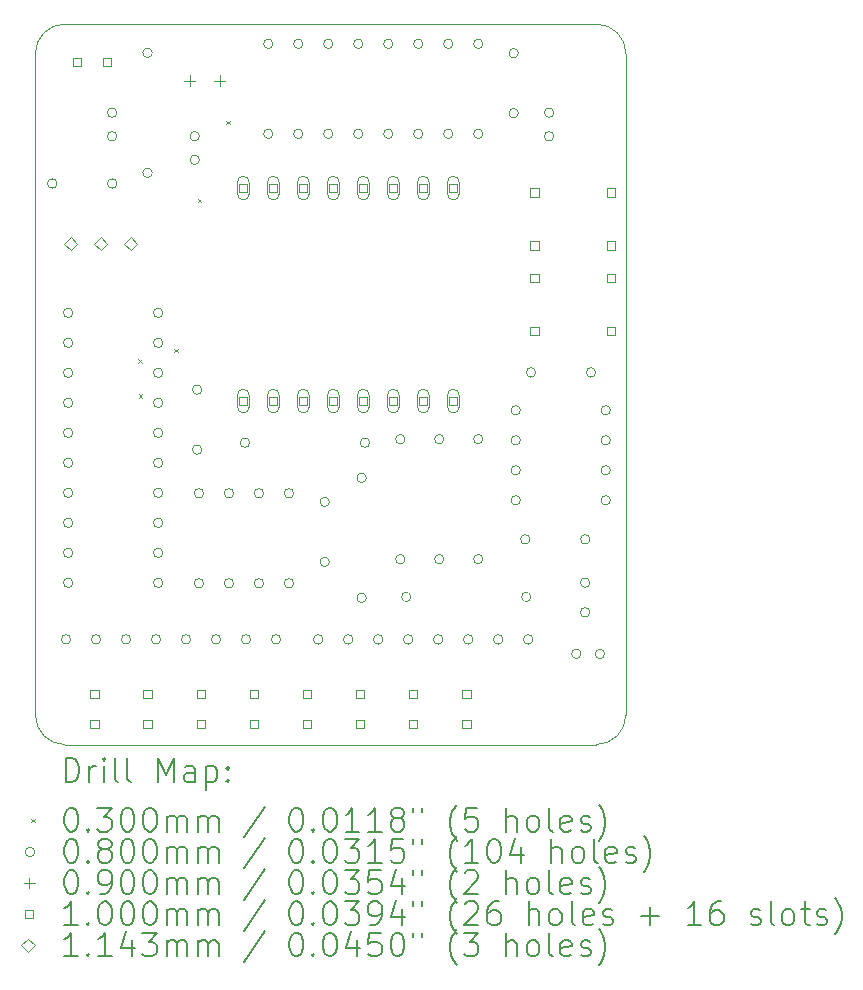
<source format=gbr>
%TF.GenerationSoftware,KiCad,Pcbnew,7.0.11-7.0.11~ubuntu22.04.1*%
%TF.CreationDate,2025-03-19T11:20:14+01:00*%
%TF.ProjectId,dancebots-pcb,64616e63-6562-46f7-9473-2d7063622e6b,v8.3*%
%TF.SameCoordinates,Original*%
%TF.FileFunction,Drillmap*%
%TF.FilePolarity,Positive*%
%FSLAX45Y45*%
G04 Gerber Fmt 4.5, Leading zero omitted, Abs format (unit mm)*
G04 Created by KiCad (PCBNEW 7.0.11-7.0.11~ubuntu22.04.1) date 2025-03-19 11:20:14*
%MOMM*%
%LPD*%
G01*
G04 APERTURE LIST*
%ADD10C,0.100000*%
%ADD11C,0.200000*%
%ADD12C,0.114300*%
G04 APERTURE END LIST*
D10*
X15000000Y-9150000D02*
G75*
G03*
X14750000Y-8900000I-250000J0D01*
G01*
X15000000Y-14750000D02*
X15000000Y-9150000D01*
X14750000Y-15000000D02*
G75*
G03*
X15000000Y-14750000I0J250000D01*
G01*
X10250000Y-15000000D02*
X14750000Y-15000000D01*
X10000000Y-9150000D02*
X10000000Y-14750000D01*
X10000000Y-14750000D02*
G75*
G03*
X10250000Y-15000000I250000J0D01*
G01*
X10250000Y-8900000D02*
G75*
G03*
X10000000Y-9150000I0J-250000D01*
G01*
X10250000Y-8900000D02*
X14750000Y-8900000D01*
D11*
D10*
X10870000Y-11737000D02*
X10900000Y-11767000D01*
X10900000Y-11737000D02*
X10870000Y-11767000D01*
X10875000Y-12035000D02*
X10905000Y-12065000D01*
X10905000Y-12035000D02*
X10875000Y-12065000D01*
X11177016Y-11648000D02*
X11207016Y-11678000D01*
X11207016Y-11648000D02*
X11177016Y-11678000D01*
X11376000Y-10379000D02*
X11406000Y-10409000D01*
X11406000Y-10379000D02*
X11376000Y-10409000D01*
X11615350Y-9719350D02*
X11645350Y-9749350D01*
X11645350Y-9719350D02*
X11615350Y-9749350D01*
X10183500Y-10250000D02*
G75*
G03*
X10103500Y-10250000I-40000J0D01*
G01*
X10103500Y-10250000D02*
G75*
G03*
X10183500Y-10250000I40000J0D01*
G01*
X10300000Y-14110000D02*
G75*
G03*
X10220000Y-14110000I-40000J0D01*
G01*
X10220000Y-14110000D02*
G75*
G03*
X10300000Y-14110000I40000J0D01*
G01*
X10317500Y-11345000D02*
G75*
G03*
X10237500Y-11345000I-40000J0D01*
G01*
X10237500Y-11345000D02*
G75*
G03*
X10317500Y-11345000I40000J0D01*
G01*
X10317500Y-11599000D02*
G75*
G03*
X10237500Y-11599000I-40000J0D01*
G01*
X10237500Y-11599000D02*
G75*
G03*
X10317500Y-11599000I40000J0D01*
G01*
X10317500Y-11853000D02*
G75*
G03*
X10237500Y-11853000I-40000J0D01*
G01*
X10237500Y-11853000D02*
G75*
G03*
X10317500Y-11853000I40000J0D01*
G01*
X10317500Y-12107000D02*
G75*
G03*
X10237500Y-12107000I-40000J0D01*
G01*
X10237500Y-12107000D02*
G75*
G03*
X10317500Y-12107000I40000J0D01*
G01*
X10317500Y-12361000D02*
G75*
G03*
X10237500Y-12361000I-40000J0D01*
G01*
X10237500Y-12361000D02*
G75*
G03*
X10317500Y-12361000I40000J0D01*
G01*
X10317500Y-12615000D02*
G75*
G03*
X10237500Y-12615000I-40000J0D01*
G01*
X10237500Y-12615000D02*
G75*
G03*
X10317500Y-12615000I40000J0D01*
G01*
X10317500Y-12869000D02*
G75*
G03*
X10237500Y-12869000I-40000J0D01*
G01*
X10237500Y-12869000D02*
G75*
G03*
X10317500Y-12869000I40000J0D01*
G01*
X10317500Y-13123000D02*
G75*
G03*
X10237500Y-13123000I-40000J0D01*
G01*
X10237500Y-13123000D02*
G75*
G03*
X10317500Y-13123000I40000J0D01*
G01*
X10317500Y-13377000D02*
G75*
G03*
X10237500Y-13377000I-40000J0D01*
G01*
X10237500Y-13377000D02*
G75*
G03*
X10317500Y-13377000I40000J0D01*
G01*
X10317500Y-13631000D02*
G75*
G03*
X10237500Y-13631000I-40000J0D01*
G01*
X10237500Y-13631000D02*
G75*
G03*
X10317500Y-13631000I40000J0D01*
G01*
X10554000Y-14110000D02*
G75*
G03*
X10474000Y-14110000I-40000J0D01*
G01*
X10474000Y-14110000D02*
G75*
G03*
X10554000Y-14110000I40000J0D01*
G01*
X10690000Y-9650000D02*
G75*
G03*
X10610000Y-9650000I-40000J0D01*
G01*
X10610000Y-9650000D02*
G75*
G03*
X10690000Y-9650000I40000J0D01*
G01*
X10690000Y-9850000D02*
G75*
G03*
X10610000Y-9850000I-40000J0D01*
G01*
X10610000Y-9850000D02*
G75*
G03*
X10690000Y-9850000I40000J0D01*
G01*
X10691500Y-10250000D02*
G75*
G03*
X10611500Y-10250000I-40000J0D01*
G01*
X10611500Y-10250000D02*
G75*
G03*
X10691500Y-10250000I40000J0D01*
G01*
X10808000Y-14110000D02*
G75*
G03*
X10728000Y-14110000I-40000J0D01*
G01*
X10728000Y-14110000D02*
G75*
G03*
X10808000Y-14110000I40000J0D01*
G01*
X10990000Y-9144000D02*
G75*
G03*
X10910000Y-9144000I-40000J0D01*
G01*
X10910000Y-9144000D02*
G75*
G03*
X10990000Y-9144000I40000J0D01*
G01*
X10990000Y-10160000D02*
G75*
G03*
X10910000Y-10160000I-40000J0D01*
G01*
X10910000Y-10160000D02*
G75*
G03*
X10990000Y-10160000I40000J0D01*
G01*
X11062000Y-14110000D02*
G75*
G03*
X10982000Y-14110000I-40000J0D01*
G01*
X10982000Y-14110000D02*
G75*
G03*
X11062000Y-14110000I40000J0D01*
G01*
X11079500Y-11345000D02*
G75*
G03*
X10999500Y-11345000I-40000J0D01*
G01*
X10999500Y-11345000D02*
G75*
G03*
X11079500Y-11345000I40000J0D01*
G01*
X11079500Y-11599000D02*
G75*
G03*
X10999500Y-11599000I-40000J0D01*
G01*
X10999500Y-11599000D02*
G75*
G03*
X11079500Y-11599000I40000J0D01*
G01*
X11079500Y-11853000D02*
G75*
G03*
X10999500Y-11853000I-40000J0D01*
G01*
X10999500Y-11853000D02*
G75*
G03*
X11079500Y-11853000I40000J0D01*
G01*
X11079500Y-12107000D02*
G75*
G03*
X10999500Y-12107000I-40000J0D01*
G01*
X10999500Y-12107000D02*
G75*
G03*
X11079500Y-12107000I40000J0D01*
G01*
X11079500Y-12361000D02*
G75*
G03*
X10999500Y-12361000I-40000J0D01*
G01*
X10999500Y-12361000D02*
G75*
G03*
X11079500Y-12361000I40000J0D01*
G01*
X11079500Y-12615000D02*
G75*
G03*
X10999500Y-12615000I-40000J0D01*
G01*
X10999500Y-12615000D02*
G75*
G03*
X11079500Y-12615000I40000J0D01*
G01*
X11079500Y-12869000D02*
G75*
G03*
X10999500Y-12869000I-40000J0D01*
G01*
X10999500Y-12869000D02*
G75*
G03*
X11079500Y-12869000I40000J0D01*
G01*
X11079500Y-13123000D02*
G75*
G03*
X10999500Y-13123000I-40000J0D01*
G01*
X10999500Y-13123000D02*
G75*
G03*
X11079500Y-13123000I40000J0D01*
G01*
X11079500Y-13377000D02*
G75*
G03*
X10999500Y-13377000I-40000J0D01*
G01*
X10999500Y-13377000D02*
G75*
G03*
X11079500Y-13377000I40000J0D01*
G01*
X11079500Y-13631000D02*
G75*
G03*
X10999500Y-13631000I-40000J0D01*
G01*
X10999500Y-13631000D02*
G75*
G03*
X11079500Y-13631000I40000J0D01*
G01*
X11316000Y-14110000D02*
G75*
G03*
X11236000Y-14110000I-40000J0D01*
G01*
X11236000Y-14110000D02*
G75*
G03*
X11316000Y-14110000I40000J0D01*
G01*
X11390000Y-9850000D02*
G75*
G03*
X11310000Y-9850000I-40000J0D01*
G01*
X11310000Y-9850000D02*
G75*
G03*
X11390000Y-9850000I40000J0D01*
G01*
X11390000Y-10050000D02*
G75*
G03*
X11310000Y-10050000I-40000J0D01*
G01*
X11310000Y-10050000D02*
G75*
G03*
X11390000Y-10050000I40000J0D01*
G01*
X11410000Y-11996000D02*
G75*
G03*
X11330000Y-11996000I-40000J0D01*
G01*
X11330000Y-11996000D02*
G75*
G03*
X11410000Y-11996000I40000J0D01*
G01*
X11410000Y-12504000D02*
G75*
G03*
X11330000Y-12504000I-40000J0D01*
G01*
X11330000Y-12504000D02*
G75*
G03*
X11410000Y-12504000I40000J0D01*
G01*
X11425500Y-12872500D02*
G75*
G03*
X11345500Y-12872500I-40000J0D01*
G01*
X11345500Y-12872500D02*
G75*
G03*
X11425500Y-12872500I40000J0D01*
G01*
X11425500Y-13634500D02*
G75*
G03*
X11345500Y-13634500I-40000J0D01*
G01*
X11345500Y-13634500D02*
G75*
G03*
X11425500Y-13634500I40000J0D01*
G01*
X11570000Y-14110000D02*
G75*
G03*
X11490000Y-14110000I-40000J0D01*
G01*
X11490000Y-14110000D02*
G75*
G03*
X11570000Y-14110000I40000J0D01*
G01*
X11679500Y-12872500D02*
G75*
G03*
X11599500Y-12872500I-40000J0D01*
G01*
X11599500Y-12872500D02*
G75*
G03*
X11679500Y-12872500I40000J0D01*
G01*
X11679500Y-13634500D02*
G75*
G03*
X11599500Y-13634500I-40000J0D01*
G01*
X11599500Y-13634500D02*
G75*
G03*
X11679500Y-13634500I40000J0D01*
G01*
X11814000Y-12445000D02*
G75*
G03*
X11734000Y-12445000I-40000J0D01*
G01*
X11734000Y-12445000D02*
G75*
G03*
X11814000Y-12445000I40000J0D01*
G01*
X11824000Y-14110000D02*
G75*
G03*
X11744000Y-14110000I-40000J0D01*
G01*
X11744000Y-14110000D02*
G75*
G03*
X11824000Y-14110000I40000J0D01*
G01*
X11933500Y-12872500D02*
G75*
G03*
X11853500Y-12872500I-40000J0D01*
G01*
X11853500Y-12872500D02*
G75*
G03*
X11933500Y-12872500I40000J0D01*
G01*
X11933500Y-13634500D02*
G75*
G03*
X11853500Y-13634500I-40000J0D01*
G01*
X11853500Y-13634500D02*
G75*
G03*
X11933500Y-13634500I40000J0D01*
G01*
X12012000Y-9067500D02*
G75*
G03*
X11932000Y-9067500I-40000J0D01*
G01*
X11932000Y-9067500D02*
G75*
G03*
X12012000Y-9067500I40000J0D01*
G01*
X12012000Y-9829500D02*
G75*
G03*
X11932000Y-9829500I-40000J0D01*
G01*
X11932000Y-9829500D02*
G75*
G03*
X12012000Y-9829500I40000J0D01*
G01*
X12078000Y-14110000D02*
G75*
G03*
X11998000Y-14110000I-40000J0D01*
G01*
X11998000Y-14110000D02*
G75*
G03*
X12078000Y-14110000I40000J0D01*
G01*
X12187500Y-12872500D02*
G75*
G03*
X12107500Y-12872500I-40000J0D01*
G01*
X12107500Y-12872500D02*
G75*
G03*
X12187500Y-12872500I40000J0D01*
G01*
X12187500Y-13634500D02*
G75*
G03*
X12107500Y-13634500I-40000J0D01*
G01*
X12107500Y-13634500D02*
G75*
G03*
X12187500Y-13634500I40000J0D01*
G01*
X12266000Y-9067500D02*
G75*
G03*
X12186000Y-9067500I-40000J0D01*
G01*
X12186000Y-9067500D02*
G75*
G03*
X12266000Y-9067500I40000J0D01*
G01*
X12266000Y-9829500D02*
G75*
G03*
X12186000Y-9829500I-40000J0D01*
G01*
X12186000Y-9829500D02*
G75*
G03*
X12266000Y-9829500I40000J0D01*
G01*
X12435000Y-14110000D02*
G75*
G03*
X12355000Y-14110000I-40000J0D01*
G01*
X12355000Y-14110000D02*
G75*
G03*
X12435000Y-14110000I40000J0D01*
G01*
X12490000Y-12946000D02*
G75*
G03*
X12410000Y-12946000I-40000J0D01*
G01*
X12410000Y-12946000D02*
G75*
G03*
X12490000Y-12946000I40000J0D01*
G01*
X12490000Y-13454000D02*
G75*
G03*
X12410000Y-13454000I-40000J0D01*
G01*
X12410000Y-13454000D02*
G75*
G03*
X12490000Y-13454000I40000J0D01*
G01*
X12520000Y-9067500D02*
G75*
G03*
X12440000Y-9067500I-40000J0D01*
G01*
X12440000Y-9067500D02*
G75*
G03*
X12520000Y-9067500I40000J0D01*
G01*
X12520000Y-9829500D02*
G75*
G03*
X12440000Y-9829500I-40000J0D01*
G01*
X12440000Y-9829500D02*
G75*
G03*
X12520000Y-9829500I40000J0D01*
G01*
X12689000Y-14110000D02*
G75*
G03*
X12609000Y-14110000I-40000J0D01*
G01*
X12609000Y-14110000D02*
G75*
G03*
X12689000Y-14110000I40000J0D01*
G01*
X12774000Y-9067500D02*
G75*
G03*
X12694000Y-9067500I-40000J0D01*
G01*
X12694000Y-9067500D02*
G75*
G03*
X12774000Y-9067500I40000J0D01*
G01*
X12774000Y-9829500D02*
G75*
G03*
X12694000Y-9829500I-40000J0D01*
G01*
X12694000Y-9829500D02*
G75*
G03*
X12774000Y-9829500I40000J0D01*
G01*
X12802500Y-12742500D02*
G75*
G03*
X12722500Y-12742500I-40000J0D01*
G01*
X12722500Y-12742500D02*
G75*
G03*
X12802500Y-12742500I40000J0D01*
G01*
X12802500Y-13758500D02*
G75*
G03*
X12722500Y-13758500I-40000J0D01*
G01*
X12722500Y-13758500D02*
G75*
G03*
X12802500Y-13758500I40000J0D01*
G01*
X12830000Y-12445000D02*
G75*
G03*
X12750000Y-12445000I-40000J0D01*
G01*
X12750000Y-12445000D02*
G75*
G03*
X12830000Y-12445000I40000J0D01*
G01*
X12943000Y-14110000D02*
G75*
G03*
X12863000Y-14110000I-40000J0D01*
G01*
X12863000Y-14110000D02*
G75*
G03*
X12943000Y-14110000I40000J0D01*
G01*
X13028000Y-9067500D02*
G75*
G03*
X12948000Y-9067500I-40000J0D01*
G01*
X12948000Y-9067500D02*
G75*
G03*
X13028000Y-9067500I40000J0D01*
G01*
X13028000Y-9829500D02*
G75*
G03*
X12948000Y-9829500I-40000J0D01*
G01*
X12948000Y-9829500D02*
G75*
G03*
X13028000Y-9829500I40000J0D01*
G01*
X13130000Y-12414000D02*
G75*
G03*
X13050000Y-12414000I-40000J0D01*
G01*
X13050000Y-12414000D02*
G75*
G03*
X13130000Y-12414000I40000J0D01*
G01*
X13130000Y-13430000D02*
G75*
G03*
X13050000Y-13430000I-40000J0D01*
G01*
X13050000Y-13430000D02*
G75*
G03*
X13130000Y-13430000I40000J0D01*
G01*
X13180000Y-13750000D02*
G75*
G03*
X13100000Y-13750000I-40000J0D01*
G01*
X13100000Y-13750000D02*
G75*
G03*
X13180000Y-13750000I40000J0D01*
G01*
X13197000Y-14110000D02*
G75*
G03*
X13117000Y-14110000I-40000J0D01*
G01*
X13117000Y-14110000D02*
G75*
G03*
X13197000Y-14110000I40000J0D01*
G01*
X13282000Y-9067500D02*
G75*
G03*
X13202000Y-9067500I-40000J0D01*
G01*
X13202000Y-9067500D02*
G75*
G03*
X13282000Y-9067500I40000J0D01*
G01*
X13282000Y-9829500D02*
G75*
G03*
X13202000Y-9829500I-40000J0D01*
G01*
X13202000Y-9829500D02*
G75*
G03*
X13282000Y-9829500I40000J0D01*
G01*
X13451000Y-14110000D02*
G75*
G03*
X13371000Y-14110000I-40000J0D01*
G01*
X13371000Y-14110000D02*
G75*
G03*
X13451000Y-14110000I40000J0D01*
G01*
X13460000Y-12414000D02*
G75*
G03*
X13380000Y-12414000I-40000J0D01*
G01*
X13380000Y-12414000D02*
G75*
G03*
X13460000Y-12414000I40000J0D01*
G01*
X13460000Y-13430000D02*
G75*
G03*
X13380000Y-13430000I-40000J0D01*
G01*
X13380000Y-13430000D02*
G75*
G03*
X13460000Y-13430000I40000J0D01*
G01*
X13536000Y-9067500D02*
G75*
G03*
X13456000Y-9067500I-40000J0D01*
G01*
X13456000Y-9067500D02*
G75*
G03*
X13536000Y-9067500I40000J0D01*
G01*
X13536000Y-9829500D02*
G75*
G03*
X13456000Y-9829500I-40000J0D01*
G01*
X13456000Y-9829500D02*
G75*
G03*
X13536000Y-9829500I40000J0D01*
G01*
X13705000Y-14110000D02*
G75*
G03*
X13625000Y-14110000I-40000J0D01*
G01*
X13625000Y-14110000D02*
G75*
G03*
X13705000Y-14110000I40000J0D01*
G01*
X13790000Y-9067500D02*
G75*
G03*
X13710000Y-9067500I-40000J0D01*
G01*
X13710000Y-9067500D02*
G75*
G03*
X13790000Y-9067500I40000J0D01*
G01*
X13790000Y-9829500D02*
G75*
G03*
X13710000Y-9829500I-40000J0D01*
G01*
X13710000Y-9829500D02*
G75*
G03*
X13790000Y-9829500I40000J0D01*
G01*
X13790000Y-12414000D02*
G75*
G03*
X13710000Y-12414000I-40000J0D01*
G01*
X13710000Y-12414000D02*
G75*
G03*
X13790000Y-12414000I40000J0D01*
G01*
X13790000Y-13430000D02*
G75*
G03*
X13710000Y-13430000I-40000J0D01*
G01*
X13710000Y-13430000D02*
G75*
G03*
X13790000Y-13430000I40000J0D01*
G01*
X13959000Y-14110000D02*
G75*
G03*
X13879000Y-14110000I-40000J0D01*
G01*
X13879000Y-14110000D02*
G75*
G03*
X13959000Y-14110000I40000J0D01*
G01*
X14090000Y-9146000D02*
G75*
G03*
X14010000Y-9146000I-40000J0D01*
G01*
X14010000Y-9146000D02*
G75*
G03*
X14090000Y-9146000I40000J0D01*
G01*
X14090000Y-9654000D02*
G75*
G03*
X14010000Y-9654000I-40000J0D01*
G01*
X14010000Y-9654000D02*
G75*
G03*
X14090000Y-9654000I40000J0D01*
G01*
X14107500Y-12170000D02*
G75*
G03*
X14027500Y-12170000I-40000J0D01*
G01*
X14027500Y-12170000D02*
G75*
G03*
X14107500Y-12170000I40000J0D01*
G01*
X14107500Y-12424000D02*
G75*
G03*
X14027500Y-12424000I-40000J0D01*
G01*
X14027500Y-12424000D02*
G75*
G03*
X14107500Y-12424000I40000J0D01*
G01*
X14107500Y-12678000D02*
G75*
G03*
X14027500Y-12678000I-40000J0D01*
G01*
X14027500Y-12678000D02*
G75*
G03*
X14107500Y-12678000I40000J0D01*
G01*
X14107500Y-12932000D02*
G75*
G03*
X14027500Y-12932000I-40000J0D01*
G01*
X14027500Y-12932000D02*
G75*
G03*
X14107500Y-12932000I40000J0D01*
G01*
X14188500Y-13262500D02*
G75*
G03*
X14108500Y-13262500I-40000J0D01*
G01*
X14108500Y-13262500D02*
G75*
G03*
X14188500Y-13262500I40000J0D01*
G01*
X14196000Y-13750000D02*
G75*
G03*
X14116000Y-13750000I-40000J0D01*
G01*
X14116000Y-13750000D02*
G75*
G03*
X14196000Y-13750000I40000J0D01*
G01*
X14213000Y-14110000D02*
G75*
G03*
X14133000Y-14110000I-40000J0D01*
G01*
X14133000Y-14110000D02*
G75*
G03*
X14213000Y-14110000I40000J0D01*
G01*
X14236000Y-11850000D02*
G75*
G03*
X14156000Y-11850000I-40000J0D01*
G01*
X14156000Y-11850000D02*
G75*
G03*
X14236000Y-11850000I40000J0D01*
G01*
X14390000Y-9650000D02*
G75*
G03*
X14310000Y-9650000I-40000J0D01*
G01*
X14310000Y-9650000D02*
G75*
G03*
X14390000Y-9650000I40000J0D01*
G01*
X14390000Y-9850000D02*
G75*
G03*
X14310000Y-9850000I-40000J0D01*
G01*
X14310000Y-9850000D02*
G75*
G03*
X14390000Y-9850000I40000J0D01*
G01*
X14620000Y-14232500D02*
G75*
G03*
X14540000Y-14232500I-40000J0D01*
G01*
X14540000Y-14232500D02*
G75*
G03*
X14620000Y-14232500I40000J0D01*
G01*
X14695000Y-13630000D02*
G75*
G03*
X14615000Y-13630000I-40000J0D01*
G01*
X14615000Y-13630000D02*
G75*
G03*
X14695000Y-13630000I40000J0D01*
G01*
X14695000Y-13880000D02*
G75*
G03*
X14615000Y-13880000I-40000J0D01*
G01*
X14615000Y-13880000D02*
G75*
G03*
X14695000Y-13880000I40000J0D01*
G01*
X14696500Y-13262500D02*
G75*
G03*
X14616500Y-13262500I-40000J0D01*
G01*
X14616500Y-13262500D02*
G75*
G03*
X14696500Y-13262500I40000J0D01*
G01*
X14744000Y-11850000D02*
G75*
G03*
X14664000Y-11850000I-40000J0D01*
G01*
X14664000Y-11850000D02*
G75*
G03*
X14744000Y-11850000I40000J0D01*
G01*
X14820000Y-14232500D02*
G75*
G03*
X14740000Y-14232500I-40000J0D01*
G01*
X14740000Y-14232500D02*
G75*
G03*
X14820000Y-14232500I40000J0D01*
G01*
X14869500Y-12170000D02*
G75*
G03*
X14789500Y-12170000I-40000J0D01*
G01*
X14789500Y-12170000D02*
G75*
G03*
X14869500Y-12170000I40000J0D01*
G01*
X14869500Y-12424000D02*
G75*
G03*
X14789500Y-12424000I-40000J0D01*
G01*
X14789500Y-12424000D02*
G75*
G03*
X14869500Y-12424000I40000J0D01*
G01*
X14869500Y-12678000D02*
G75*
G03*
X14789500Y-12678000I-40000J0D01*
G01*
X14789500Y-12678000D02*
G75*
G03*
X14869500Y-12678000I40000J0D01*
G01*
X14869500Y-12932000D02*
G75*
G03*
X14789500Y-12932000I-40000J0D01*
G01*
X14789500Y-12932000D02*
G75*
G03*
X14869500Y-12932000I40000J0D01*
G01*
X11306000Y-9335000D02*
X11306000Y-9425000D01*
X11261000Y-9380000D02*
X11351000Y-9380000D01*
X11560000Y-9335000D02*
X11560000Y-9425000D01*
X11515000Y-9380000D02*
X11605000Y-9380000D01*
X10388356Y-9255356D02*
X10388356Y-9184644D01*
X10317644Y-9184644D01*
X10317644Y-9255356D01*
X10388356Y-9255356D01*
X10535356Y-14608356D02*
X10535356Y-14537644D01*
X10464644Y-14537644D01*
X10464644Y-14608356D01*
X10535356Y-14608356D01*
X10535356Y-14862356D02*
X10535356Y-14791644D01*
X10464644Y-14791644D01*
X10464644Y-14862356D01*
X10535356Y-14862356D01*
X10642356Y-9255356D02*
X10642356Y-9184644D01*
X10571644Y-9184644D01*
X10571644Y-9255356D01*
X10642356Y-9255356D01*
X10985356Y-14608356D02*
X10985356Y-14537644D01*
X10914644Y-14537644D01*
X10914644Y-14608356D01*
X10985356Y-14608356D01*
X10985356Y-14862356D02*
X10985356Y-14791644D01*
X10914644Y-14791644D01*
X10914644Y-14862356D01*
X10985356Y-14862356D01*
X11435356Y-14608356D02*
X11435356Y-14537644D01*
X11364644Y-14537644D01*
X11364644Y-14608356D01*
X11435356Y-14608356D01*
X11435356Y-14862356D02*
X11435356Y-14791644D01*
X11364644Y-14791644D01*
X11364644Y-14862356D01*
X11435356Y-14862356D01*
X11796356Y-10323656D02*
X11796356Y-10252944D01*
X11725644Y-10252944D01*
X11725644Y-10323656D01*
X11796356Y-10323656D01*
X11811000Y-10338300D02*
X11811000Y-10238300D01*
X11811000Y-10238300D02*
G75*
G03*
X11711000Y-10238300I-50000J0D01*
G01*
X11711000Y-10238300D02*
X11711000Y-10338300D01*
X11711000Y-10338300D02*
G75*
G03*
X11811000Y-10338300I50000J0D01*
G01*
X11796356Y-12127056D02*
X11796356Y-12056344D01*
X11725644Y-12056344D01*
X11725644Y-12127056D01*
X11796356Y-12127056D01*
X11811000Y-12141700D02*
X11811000Y-12041700D01*
X11811000Y-12041700D02*
G75*
G03*
X11711000Y-12041700I-50000J0D01*
G01*
X11711000Y-12041700D02*
X11711000Y-12141700D01*
X11711000Y-12141700D02*
G75*
G03*
X11811000Y-12141700I50000J0D01*
G01*
X11885356Y-14608356D02*
X11885356Y-14537644D01*
X11814644Y-14537644D01*
X11814644Y-14608356D01*
X11885356Y-14608356D01*
X11885356Y-14862356D02*
X11885356Y-14791644D01*
X11814644Y-14791644D01*
X11814644Y-14862356D01*
X11885356Y-14862356D01*
X12050356Y-10323656D02*
X12050356Y-10252944D01*
X11979644Y-10252944D01*
X11979644Y-10323656D01*
X12050356Y-10323656D01*
X12065000Y-10338300D02*
X12065000Y-10238300D01*
X12065000Y-10238300D02*
G75*
G03*
X11965000Y-10238300I-50000J0D01*
G01*
X11965000Y-10238300D02*
X11965000Y-10338300D01*
X11965000Y-10338300D02*
G75*
G03*
X12065000Y-10338300I50000J0D01*
G01*
X12050356Y-12127056D02*
X12050356Y-12056344D01*
X11979644Y-12056344D01*
X11979644Y-12127056D01*
X12050356Y-12127056D01*
X12065000Y-12141700D02*
X12065000Y-12041700D01*
X12065000Y-12041700D02*
G75*
G03*
X11965000Y-12041700I-50000J0D01*
G01*
X11965000Y-12041700D02*
X11965000Y-12141700D01*
X11965000Y-12141700D02*
G75*
G03*
X12065000Y-12141700I50000J0D01*
G01*
X12304356Y-10323656D02*
X12304356Y-10252944D01*
X12233644Y-10252944D01*
X12233644Y-10323656D01*
X12304356Y-10323656D01*
X12319000Y-10338300D02*
X12319000Y-10238300D01*
X12319000Y-10238300D02*
G75*
G03*
X12219000Y-10238300I-50000J0D01*
G01*
X12219000Y-10238300D02*
X12219000Y-10338300D01*
X12219000Y-10338300D02*
G75*
G03*
X12319000Y-10338300I50000J0D01*
G01*
X12304356Y-12127056D02*
X12304356Y-12056344D01*
X12233644Y-12056344D01*
X12233644Y-12127056D01*
X12304356Y-12127056D01*
X12319000Y-12141700D02*
X12319000Y-12041700D01*
X12319000Y-12041700D02*
G75*
G03*
X12219000Y-12041700I-50000J0D01*
G01*
X12219000Y-12041700D02*
X12219000Y-12141700D01*
X12219000Y-12141700D02*
G75*
G03*
X12319000Y-12141700I50000J0D01*
G01*
X12335356Y-14608356D02*
X12335356Y-14537644D01*
X12264644Y-14537644D01*
X12264644Y-14608356D01*
X12335356Y-14608356D01*
X12335356Y-14862356D02*
X12335356Y-14791644D01*
X12264644Y-14791644D01*
X12264644Y-14862356D01*
X12335356Y-14862356D01*
X12558356Y-10323656D02*
X12558356Y-10252944D01*
X12487644Y-10252944D01*
X12487644Y-10323656D01*
X12558356Y-10323656D01*
X12573000Y-10338300D02*
X12573000Y-10238300D01*
X12573000Y-10238300D02*
G75*
G03*
X12473000Y-10238300I-50000J0D01*
G01*
X12473000Y-10238300D02*
X12473000Y-10338300D01*
X12473000Y-10338300D02*
G75*
G03*
X12573000Y-10338300I50000J0D01*
G01*
X12558356Y-12127056D02*
X12558356Y-12056344D01*
X12487644Y-12056344D01*
X12487644Y-12127056D01*
X12558356Y-12127056D01*
X12573000Y-12141700D02*
X12573000Y-12041700D01*
X12573000Y-12041700D02*
G75*
G03*
X12473000Y-12041700I-50000J0D01*
G01*
X12473000Y-12041700D02*
X12473000Y-12141700D01*
X12473000Y-12141700D02*
G75*
G03*
X12573000Y-12141700I50000J0D01*
G01*
X12785356Y-14608356D02*
X12785356Y-14537644D01*
X12714644Y-14537644D01*
X12714644Y-14608356D01*
X12785356Y-14608356D01*
X12785356Y-14862356D02*
X12785356Y-14791644D01*
X12714644Y-14791644D01*
X12714644Y-14862356D01*
X12785356Y-14862356D01*
X12812356Y-10323656D02*
X12812356Y-10252944D01*
X12741644Y-10252944D01*
X12741644Y-10323656D01*
X12812356Y-10323656D01*
X12827000Y-10338300D02*
X12827000Y-10238300D01*
X12827000Y-10238300D02*
G75*
G03*
X12727000Y-10238300I-50000J0D01*
G01*
X12727000Y-10238300D02*
X12727000Y-10338300D01*
X12727000Y-10338300D02*
G75*
G03*
X12827000Y-10338300I50000J0D01*
G01*
X12812356Y-12127056D02*
X12812356Y-12056344D01*
X12741644Y-12056344D01*
X12741644Y-12127056D01*
X12812356Y-12127056D01*
X12827000Y-12141700D02*
X12827000Y-12041700D01*
X12827000Y-12041700D02*
G75*
G03*
X12727000Y-12041700I-50000J0D01*
G01*
X12727000Y-12041700D02*
X12727000Y-12141700D01*
X12727000Y-12141700D02*
G75*
G03*
X12827000Y-12141700I50000J0D01*
G01*
X13066356Y-10323656D02*
X13066356Y-10252944D01*
X12995644Y-10252944D01*
X12995644Y-10323656D01*
X13066356Y-10323656D01*
X13081000Y-10338300D02*
X13081000Y-10238300D01*
X13081000Y-10238300D02*
G75*
G03*
X12981000Y-10238300I-50000J0D01*
G01*
X12981000Y-10238300D02*
X12981000Y-10338300D01*
X12981000Y-10338300D02*
G75*
G03*
X13081000Y-10338300I50000J0D01*
G01*
X13066356Y-12127056D02*
X13066356Y-12056344D01*
X12995644Y-12056344D01*
X12995644Y-12127056D01*
X13066356Y-12127056D01*
X13081000Y-12141700D02*
X13081000Y-12041700D01*
X13081000Y-12041700D02*
G75*
G03*
X12981000Y-12041700I-50000J0D01*
G01*
X12981000Y-12041700D02*
X12981000Y-12141700D01*
X12981000Y-12141700D02*
G75*
G03*
X13081000Y-12141700I50000J0D01*
G01*
X13235356Y-14608356D02*
X13235356Y-14537644D01*
X13164644Y-14537644D01*
X13164644Y-14608356D01*
X13235356Y-14608356D01*
X13235356Y-14862356D02*
X13235356Y-14791644D01*
X13164644Y-14791644D01*
X13164644Y-14862356D01*
X13235356Y-14862356D01*
X13320356Y-10323656D02*
X13320356Y-10252944D01*
X13249644Y-10252944D01*
X13249644Y-10323656D01*
X13320356Y-10323656D01*
X13335000Y-10338300D02*
X13335000Y-10238300D01*
X13335000Y-10238300D02*
G75*
G03*
X13235000Y-10238300I-50000J0D01*
G01*
X13235000Y-10238300D02*
X13235000Y-10338300D01*
X13235000Y-10338300D02*
G75*
G03*
X13335000Y-10338300I50000J0D01*
G01*
X13320356Y-12127056D02*
X13320356Y-12056344D01*
X13249644Y-12056344D01*
X13249644Y-12127056D01*
X13320356Y-12127056D01*
X13335000Y-12141700D02*
X13335000Y-12041700D01*
X13335000Y-12041700D02*
G75*
G03*
X13235000Y-12041700I-50000J0D01*
G01*
X13235000Y-12041700D02*
X13235000Y-12141700D01*
X13235000Y-12141700D02*
G75*
G03*
X13335000Y-12141700I50000J0D01*
G01*
X13574356Y-10323656D02*
X13574356Y-10252944D01*
X13503644Y-10252944D01*
X13503644Y-10323656D01*
X13574356Y-10323656D01*
X13589000Y-10338300D02*
X13589000Y-10238300D01*
X13589000Y-10238300D02*
G75*
G03*
X13489000Y-10238300I-50000J0D01*
G01*
X13489000Y-10238300D02*
X13489000Y-10338300D01*
X13489000Y-10338300D02*
G75*
G03*
X13589000Y-10338300I50000J0D01*
G01*
X13574356Y-12127056D02*
X13574356Y-12056344D01*
X13503644Y-12056344D01*
X13503644Y-12127056D01*
X13574356Y-12127056D01*
X13589000Y-12141700D02*
X13589000Y-12041700D01*
X13589000Y-12041700D02*
G75*
G03*
X13489000Y-12041700I-50000J0D01*
G01*
X13489000Y-12041700D02*
X13489000Y-12141700D01*
X13489000Y-12141700D02*
G75*
G03*
X13589000Y-12141700I50000J0D01*
G01*
X13685356Y-14608356D02*
X13685356Y-14537644D01*
X13614644Y-14537644D01*
X13614644Y-14608356D01*
X13685356Y-14608356D01*
X13685356Y-14862356D02*
X13685356Y-14791644D01*
X13614644Y-14791644D01*
X13614644Y-14862356D01*
X13685356Y-14862356D01*
X14260356Y-10360356D02*
X14260356Y-10289644D01*
X14189644Y-10289644D01*
X14189644Y-10360356D01*
X14260356Y-10360356D01*
X14260356Y-10810356D02*
X14260356Y-10739644D01*
X14189644Y-10739644D01*
X14189644Y-10810356D01*
X14260356Y-10810356D01*
X14260356Y-11085356D02*
X14260356Y-11014644D01*
X14189644Y-11014644D01*
X14189644Y-11085356D01*
X14260356Y-11085356D01*
X14260356Y-11535356D02*
X14260356Y-11464644D01*
X14189644Y-11464644D01*
X14189644Y-11535356D01*
X14260356Y-11535356D01*
X14910356Y-10360356D02*
X14910356Y-10289644D01*
X14839644Y-10289644D01*
X14839644Y-10360356D01*
X14910356Y-10360356D01*
X14910356Y-10810356D02*
X14910356Y-10739644D01*
X14839644Y-10739644D01*
X14839644Y-10810356D01*
X14910356Y-10810356D01*
X14910356Y-11085356D02*
X14910356Y-11014644D01*
X14839644Y-11014644D01*
X14839644Y-11085356D01*
X14910356Y-11085356D01*
X14910356Y-11535356D02*
X14910356Y-11464644D01*
X14839644Y-11464644D01*
X14839644Y-11535356D01*
X14910356Y-11535356D01*
D12*
X10298500Y-10815650D02*
X10355650Y-10758500D01*
X10298500Y-10701350D01*
X10241350Y-10758500D01*
X10298500Y-10815650D01*
X10552500Y-10815650D02*
X10609650Y-10758500D01*
X10552500Y-10701350D01*
X10495350Y-10758500D01*
X10552500Y-10815650D01*
X10806500Y-10815650D02*
X10863650Y-10758500D01*
X10806500Y-10701350D01*
X10749350Y-10758500D01*
X10806500Y-10815650D01*
D11*
X10255777Y-15316484D02*
X10255777Y-15116484D01*
X10255777Y-15116484D02*
X10303396Y-15116484D01*
X10303396Y-15116484D02*
X10331967Y-15126008D01*
X10331967Y-15126008D02*
X10351015Y-15145055D01*
X10351015Y-15145055D02*
X10360539Y-15164103D01*
X10360539Y-15164103D02*
X10370063Y-15202198D01*
X10370063Y-15202198D02*
X10370063Y-15230769D01*
X10370063Y-15230769D02*
X10360539Y-15268865D01*
X10360539Y-15268865D02*
X10351015Y-15287912D01*
X10351015Y-15287912D02*
X10331967Y-15306960D01*
X10331967Y-15306960D02*
X10303396Y-15316484D01*
X10303396Y-15316484D02*
X10255777Y-15316484D01*
X10455777Y-15316484D02*
X10455777Y-15183150D01*
X10455777Y-15221246D02*
X10465301Y-15202198D01*
X10465301Y-15202198D02*
X10474824Y-15192674D01*
X10474824Y-15192674D02*
X10493872Y-15183150D01*
X10493872Y-15183150D02*
X10512920Y-15183150D01*
X10579586Y-15316484D02*
X10579586Y-15183150D01*
X10579586Y-15116484D02*
X10570063Y-15126008D01*
X10570063Y-15126008D02*
X10579586Y-15135531D01*
X10579586Y-15135531D02*
X10589110Y-15126008D01*
X10589110Y-15126008D02*
X10579586Y-15116484D01*
X10579586Y-15116484D02*
X10579586Y-15135531D01*
X10703396Y-15316484D02*
X10684348Y-15306960D01*
X10684348Y-15306960D02*
X10674824Y-15287912D01*
X10674824Y-15287912D02*
X10674824Y-15116484D01*
X10808158Y-15316484D02*
X10789110Y-15306960D01*
X10789110Y-15306960D02*
X10779586Y-15287912D01*
X10779586Y-15287912D02*
X10779586Y-15116484D01*
X11036729Y-15316484D02*
X11036729Y-15116484D01*
X11036729Y-15116484D02*
X11103396Y-15259341D01*
X11103396Y-15259341D02*
X11170063Y-15116484D01*
X11170063Y-15116484D02*
X11170063Y-15316484D01*
X11351015Y-15316484D02*
X11351015Y-15211722D01*
X11351015Y-15211722D02*
X11341491Y-15192674D01*
X11341491Y-15192674D02*
X11322443Y-15183150D01*
X11322443Y-15183150D02*
X11284348Y-15183150D01*
X11284348Y-15183150D02*
X11265301Y-15192674D01*
X11351015Y-15306960D02*
X11331967Y-15316484D01*
X11331967Y-15316484D02*
X11284348Y-15316484D01*
X11284348Y-15316484D02*
X11265301Y-15306960D01*
X11265301Y-15306960D02*
X11255777Y-15287912D01*
X11255777Y-15287912D02*
X11255777Y-15268865D01*
X11255777Y-15268865D02*
X11265301Y-15249817D01*
X11265301Y-15249817D02*
X11284348Y-15240293D01*
X11284348Y-15240293D02*
X11331967Y-15240293D01*
X11331967Y-15240293D02*
X11351015Y-15230769D01*
X11446253Y-15183150D02*
X11446253Y-15383150D01*
X11446253Y-15192674D02*
X11465301Y-15183150D01*
X11465301Y-15183150D02*
X11503396Y-15183150D01*
X11503396Y-15183150D02*
X11522443Y-15192674D01*
X11522443Y-15192674D02*
X11531967Y-15202198D01*
X11531967Y-15202198D02*
X11541491Y-15221246D01*
X11541491Y-15221246D02*
X11541491Y-15278388D01*
X11541491Y-15278388D02*
X11531967Y-15297436D01*
X11531967Y-15297436D02*
X11522443Y-15306960D01*
X11522443Y-15306960D02*
X11503396Y-15316484D01*
X11503396Y-15316484D02*
X11465301Y-15316484D01*
X11465301Y-15316484D02*
X11446253Y-15306960D01*
X11627205Y-15297436D02*
X11636729Y-15306960D01*
X11636729Y-15306960D02*
X11627205Y-15316484D01*
X11627205Y-15316484D02*
X11617682Y-15306960D01*
X11617682Y-15306960D02*
X11627205Y-15297436D01*
X11627205Y-15297436D02*
X11627205Y-15316484D01*
X11627205Y-15192674D02*
X11636729Y-15202198D01*
X11636729Y-15202198D02*
X11627205Y-15211722D01*
X11627205Y-15211722D02*
X11617682Y-15202198D01*
X11617682Y-15202198D02*
X11627205Y-15192674D01*
X11627205Y-15192674D02*
X11627205Y-15211722D01*
D10*
X9965000Y-15630000D02*
X9995000Y-15660000D01*
X9995000Y-15630000D02*
X9965000Y-15660000D01*
D11*
X10293872Y-15536484D02*
X10312920Y-15536484D01*
X10312920Y-15536484D02*
X10331967Y-15546008D01*
X10331967Y-15546008D02*
X10341491Y-15555531D01*
X10341491Y-15555531D02*
X10351015Y-15574579D01*
X10351015Y-15574579D02*
X10360539Y-15612674D01*
X10360539Y-15612674D02*
X10360539Y-15660293D01*
X10360539Y-15660293D02*
X10351015Y-15698388D01*
X10351015Y-15698388D02*
X10341491Y-15717436D01*
X10341491Y-15717436D02*
X10331967Y-15726960D01*
X10331967Y-15726960D02*
X10312920Y-15736484D01*
X10312920Y-15736484D02*
X10293872Y-15736484D01*
X10293872Y-15736484D02*
X10274824Y-15726960D01*
X10274824Y-15726960D02*
X10265301Y-15717436D01*
X10265301Y-15717436D02*
X10255777Y-15698388D01*
X10255777Y-15698388D02*
X10246253Y-15660293D01*
X10246253Y-15660293D02*
X10246253Y-15612674D01*
X10246253Y-15612674D02*
X10255777Y-15574579D01*
X10255777Y-15574579D02*
X10265301Y-15555531D01*
X10265301Y-15555531D02*
X10274824Y-15546008D01*
X10274824Y-15546008D02*
X10293872Y-15536484D01*
X10446253Y-15717436D02*
X10455777Y-15726960D01*
X10455777Y-15726960D02*
X10446253Y-15736484D01*
X10446253Y-15736484D02*
X10436729Y-15726960D01*
X10436729Y-15726960D02*
X10446253Y-15717436D01*
X10446253Y-15717436D02*
X10446253Y-15736484D01*
X10522444Y-15536484D02*
X10646253Y-15536484D01*
X10646253Y-15536484D02*
X10579586Y-15612674D01*
X10579586Y-15612674D02*
X10608158Y-15612674D01*
X10608158Y-15612674D02*
X10627205Y-15622198D01*
X10627205Y-15622198D02*
X10636729Y-15631722D01*
X10636729Y-15631722D02*
X10646253Y-15650769D01*
X10646253Y-15650769D02*
X10646253Y-15698388D01*
X10646253Y-15698388D02*
X10636729Y-15717436D01*
X10636729Y-15717436D02*
X10627205Y-15726960D01*
X10627205Y-15726960D02*
X10608158Y-15736484D01*
X10608158Y-15736484D02*
X10551015Y-15736484D01*
X10551015Y-15736484D02*
X10531967Y-15726960D01*
X10531967Y-15726960D02*
X10522444Y-15717436D01*
X10770063Y-15536484D02*
X10789110Y-15536484D01*
X10789110Y-15536484D02*
X10808158Y-15546008D01*
X10808158Y-15546008D02*
X10817682Y-15555531D01*
X10817682Y-15555531D02*
X10827205Y-15574579D01*
X10827205Y-15574579D02*
X10836729Y-15612674D01*
X10836729Y-15612674D02*
X10836729Y-15660293D01*
X10836729Y-15660293D02*
X10827205Y-15698388D01*
X10827205Y-15698388D02*
X10817682Y-15717436D01*
X10817682Y-15717436D02*
X10808158Y-15726960D01*
X10808158Y-15726960D02*
X10789110Y-15736484D01*
X10789110Y-15736484D02*
X10770063Y-15736484D01*
X10770063Y-15736484D02*
X10751015Y-15726960D01*
X10751015Y-15726960D02*
X10741491Y-15717436D01*
X10741491Y-15717436D02*
X10731967Y-15698388D01*
X10731967Y-15698388D02*
X10722444Y-15660293D01*
X10722444Y-15660293D02*
X10722444Y-15612674D01*
X10722444Y-15612674D02*
X10731967Y-15574579D01*
X10731967Y-15574579D02*
X10741491Y-15555531D01*
X10741491Y-15555531D02*
X10751015Y-15546008D01*
X10751015Y-15546008D02*
X10770063Y-15536484D01*
X10960539Y-15536484D02*
X10979586Y-15536484D01*
X10979586Y-15536484D02*
X10998634Y-15546008D01*
X10998634Y-15546008D02*
X11008158Y-15555531D01*
X11008158Y-15555531D02*
X11017682Y-15574579D01*
X11017682Y-15574579D02*
X11027205Y-15612674D01*
X11027205Y-15612674D02*
X11027205Y-15660293D01*
X11027205Y-15660293D02*
X11017682Y-15698388D01*
X11017682Y-15698388D02*
X11008158Y-15717436D01*
X11008158Y-15717436D02*
X10998634Y-15726960D01*
X10998634Y-15726960D02*
X10979586Y-15736484D01*
X10979586Y-15736484D02*
X10960539Y-15736484D01*
X10960539Y-15736484D02*
X10941491Y-15726960D01*
X10941491Y-15726960D02*
X10931967Y-15717436D01*
X10931967Y-15717436D02*
X10922444Y-15698388D01*
X10922444Y-15698388D02*
X10912920Y-15660293D01*
X10912920Y-15660293D02*
X10912920Y-15612674D01*
X10912920Y-15612674D02*
X10922444Y-15574579D01*
X10922444Y-15574579D02*
X10931967Y-15555531D01*
X10931967Y-15555531D02*
X10941491Y-15546008D01*
X10941491Y-15546008D02*
X10960539Y-15536484D01*
X11112920Y-15736484D02*
X11112920Y-15603150D01*
X11112920Y-15622198D02*
X11122444Y-15612674D01*
X11122444Y-15612674D02*
X11141491Y-15603150D01*
X11141491Y-15603150D02*
X11170063Y-15603150D01*
X11170063Y-15603150D02*
X11189110Y-15612674D01*
X11189110Y-15612674D02*
X11198634Y-15631722D01*
X11198634Y-15631722D02*
X11198634Y-15736484D01*
X11198634Y-15631722D02*
X11208158Y-15612674D01*
X11208158Y-15612674D02*
X11227205Y-15603150D01*
X11227205Y-15603150D02*
X11255777Y-15603150D01*
X11255777Y-15603150D02*
X11274824Y-15612674D01*
X11274824Y-15612674D02*
X11284348Y-15631722D01*
X11284348Y-15631722D02*
X11284348Y-15736484D01*
X11379586Y-15736484D02*
X11379586Y-15603150D01*
X11379586Y-15622198D02*
X11389110Y-15612674D01*
X11389110Y-15612674D02*
X11408158Y-15603150D01*
X11408158Y-15603150D02*
X11436729Y-15603150D01*
X11436729Y-15603150D02*
X11455777Y-15612674D01*
X11455777Y-15612674D02*
X11465301Y-15631722D01*
X11465301Y-15631722D02*
X11465301Y-15736484D01*
X11465301Y-15631722D02*
X11474824Y-15612674D01*
X11474824Y-15612674D02*
X11493872Y-15603150D01*
X11493872Y-15603150D02*
X11522443Y-15603150D01*
X11522443Y-15603150D02*
X11541491Y-15612674D01*
X11541491Y-15612674D02*
X11551015Y-15631722D01*
X11551015Y-15631722D02*
X11551015Y-15736484D01*
X11941491Y-15526960D02*
X11770063Y-15784103D01*
X12198634Y-15536484D02*
X12217682Y-15536484D01*
X12217682Y-15536484D02*
X12236729Y-15546008D01*
X12236729Y-15546008D02*
X12246253Y-15555531D01*
X12246253Y-15555531D02*
X12255777Y-15574579D01*
X12255777Y-15574579D02*
X12265301Y-15612674D01*
X12265301Y-15612674D02*
X12265301Y-15660293D01*
X12265301Y-15660293D02*
X12255777Y-15698388D01*
X12255777Y-15698388D02*
X12246253Y-15717436D01*
X12246253Y-15717436D02*
X12236729Y-15726960D01*
X12236729Y-15726960D02*
X12217682Y-15736484D01*
X12217682Y-15736484D02*
X12198634Y-15736484D01*
X12198634Y-15736484D02*
X12179586Y-15726960D01*
X12179586Y-15726960D02*
X12170063Y-15717436D01*
X12170063Y-15717436D02*
X12160539Y-15698388D01*
X12160539Y-15698388D02*
X12151015Y-15660293D01*
X12151015Y-15660293D02*
X12151015Y-15612674D01*
X12151015Y-15612674D02*
X12160539Y-15574579D01*
X12160539Y-15574579D02*
X12170063Y-15555531D01*
X12170063Y-15555531D02*
X12179586Y-15546008D01*
X12179586Y-15546008D02*
X12198634Y-15536484D01*
X12351015Y-15717436D02*
X12360539Y-15726960D01*
X12360539Y-15726960D02*
X12351015Y-15736484D01*
X12351015Y-15736484D02*
X12341491Y-15726960D01*
X12341491Y-15726960D02*
X12351015Y-15717436D01*
X12351015Y-15717436D02*
X12351015Y-15736484D01*
X12484348Y-15536484D02*
X12503396Y-15536484D01*
X12503396Y-15536484D02*
X12522444Y-15546008D01*
X12522444Y-15546008D02*
X12531967Y-15555531D01*
X12531967Y-15555531D02*
X12541491Y-15574579D01*
X12541491Y-15574579D02*
X12551015Y-15612674D01*
X12551015Y-15612674D02*
X12551015Y-15660293D01*
X12551015Y-15660293D02*
X12541491Y-15698388D01*
X12541491Y-15698388D02*
X12531967Y-15717436D01*
X12531967Y-15717436D02*
X12522444Y-15726960D01*
X12522444Y-15726960D02*
X12503396Y-15736484D01*
X12503396Y-15736484D02*
X12484348Y-15736484D01*
X12484348Y-15736484D02*
X12465301Y-15726960D01*
X12465301Y-15726960D02*
X12455777Y-15717436D01*
X12455777Y-15717436D02*
X12446253Y-15698388D01*
X12446253Y-15698388D02*
X12436729Y-15660293D01*
X12436729Y-15660293D02*
X12436729Y-15612674D01*
X12436729Y-15612674D02*
X12446253Y-15574579D01*
X12446253Y-15574579D02*
X12455777Y-15555531D01*
X12455777Y-15555531D02*
X12465301Y-15546008D01*
X12465301Y-15546008D02*
X12484348Y-15536484D01*
X12741491Y-15736484D02*
X12627206Y-15736484D01*
X12684348Y-15736484D02*
X12684348Y-15536484D01*
X12684348Y-15536484D02*
X12665301Y-15565055D01*
X12665301Y-15565055D02*
X12646253Y-15584103D01*
X12646253Y-15584103D02*
X12627206Y-15593627D01*
X12931967Y-15736484D02*
X12817682Y-15736484D01*
X12874825Y-15736484D02*
X12874825Y-15536484D01*
X12874825Y-15536484D02*
X12855777Y-15565055D01*
X12855777Y-15565055D02*
X12836729Y-15584103D01*
X12836729Y-15584103D02*
X12817682Y-15593627D01*
X13046253Y-15622198D02*
X13027206Y-15612674D01*
X13027206Y-15612674D02*
X13017682Y-15603150D01*
X13017682Y-15603150D02*
X13008158Y-15584103D01*
X13008158Y-15584103D02*
X13008158Y-15574579D01*
X13008158Y-15574579D02*
X13017682Y-15555531D01*
X13017682Y-15555531D02*
X13027206Y-15546008D01*
X13027206Y-15546008D02*
X13046253Y-15536484D01*
X13046253Y-15536484D02*
X13084348Y-15536484D01*
X13084348Y-15536484D02*
X13103396Y-15546008D01*
X13103396Y-15546008D02*
X13112920Y-15555531D01*
X13112920Y-15555531D02*
X13122444Y-15574579D01*
X13122444Y-15574579D02*
X13122444Y-15584103D01*
X13122444Y-15584103D02*
X13112920Y-15603150D01*
X13112920Y-15603150D02*
X13103396Y-15612674D01*
X13103396Y-15612674D02*
X13084348Y-15622198D01*
X13084348Y-15622198D02*
X13046253Y-15622198D01*
X13046253Y-15622198D02*
X13027206Y-15631722D01*
X13027206Y-15631722D02*
X13017682Y-15641246D01*
X13017682Y-15641246D02*
X13008158Y-15660293D01*
X13008158Y-15660293D02*
X13008158Y-15698388D01*
X13008158Y-15698388D02*
X13017682Y-15717436D01*
X13017682Y-15717436D02*
X13027206Y-15726960D01*
X13027206Y-15726960D02*
X13046253Y-15736484D01*
X13046253Y-15736484D02*
X13084348Y-15736484D01*
X13084348Y-15736484D02*
X13103396Y-15726960D01*
X13103396Y-15726960D02*
X13112920Y-15717436D01*
X13112920Y-15717436D02*
X13122444Y-15698388D01*
X13122444Y-15698388D02*
X13122444Y-15660293D01*
X13122444Y-15660293D02*
X13112920Y-15641246D01*
X13112920Y-15641246D02*
X13103396Y-15631722D01*
X13103396Y-15631722D02*
X13084348Y-15622198D01*
X13198634Y-15536484D02*
X13198634Y-15574579D01*
X13274825Y-15536484D02*
X13274825Y-15574579D01*
X13570063Y-15812674D02*
X13560539Y-15803150D01*
X13560539Y-15803150D02*
X13541491Y-15774579D01*
X13541491Y-15774579D02*
X13531968Y-15755531D01*
X13531968Y-15755531D02*
X13522444Y-15726960D01*
X13522444Y-15726960D02*
X13512920Y-15679341D01*
X13512920Y-15679341D02*
X13512920Y-15641246D01*
X13512920Y-15641246D02*
X13522444Y-15593627D01*
X13522444Y-15593627D02*
X13531968Y-15565055D01*
X13531968Y-15565055D02*
X13541491Y-15546008D01*
X13541491Y-15546008D02*
X13560539Y-15517436D01*
X13560539Y-15517436D02*
X13570063Y-15507912D01*
X13741491Y-15536484D02*
X13646253Y-15536484D01*
X13646253Y-15536484D02*
X13636729Y-15631722D01*
X13636729Y-15631722D02*
X13646253Y-15622198D01*
X13646253Y-15622198D02*
X13665301Y-15612674D01*
X13665301Y-15612674D02*
X13712920Y-15612674D01*
X13712920Y-15612674D02*
X13731968Y-15622198D01*
X13731968Y-15622198D02*
X13741491Y-15631722D01*
X13741491Y-15631722D02*
X13751015Y-15650769D01*
X13751015Y-15650769D02*
X13751015Y-15698388D01*
X13751015Y-15698388D02*
X13741491Y-15717436D01*
X13741491Y-15717436D02*
X13731968Y-15726960D01*
X13731968Y-15726960D02*
X13712920Y-15736484D01*
X13712920Y-15736484D02*
X13665301Y-15736484D01*
X13665301Y-15736484D02*
X13646253Y-15726960D01*
X13646253Y-15726960D02*
X13636729Y-15717436D01*
X13989110Y-15736484D02*
X13989110Y-15536484D01*
X14074825Y-15736484D02*
X14074825Y-15631722D01*
X14074825Y-15631722D02*
X14065301Y-15612674D01*
X14065301Y-15612674D02*
X14046253Y-15603150D01*
X14046253Y-15603150D02*
X14017682Y-15603150D01*
X14017682Y-15603150D02*
X13998634Y-15612674D01*
X13998634Y-15612674D02*
X13989110Y-15622198D01*
X14198634Y-15736484D02*
X14179587Y-15726960D01*
X14179587Y-15726960D02*
X14170063Y-15717436D01*
X14170063Y-15717436D02*
X14160539Y-15698388D01*
X14160539Y-15698388D02*
X14160539Y-15641246D01*
X14160539Y-15641246D02*
X14170063Y-15622198D01*
X14170063Y-15622198D02*
X14179587Y-15612674D01*
X14179587Y-15612674D02*
X14198634Y-15603150D01*
X14198634Y-15603150D02*
X14227206Y-15603150D01*
X14227206Y-15603150D02*
X14246253Y-15612674D01*
X14246253Y-15612674D02*
X14255777Y-15622198D01*
X14255777Y-15622198D02*
X14265301Y-15641246D01*
X14265301Y-15641246D02*
X14265301Y-15698388D01*
X14265301Y-15698388D02*
X14255777Y-15717436D01*
X14255777Y-15717436D02*
X14246253Y-15726960D01*
X14246253Y-15726960D02*
X14227206Y-15736484D01*
X14227206Y-15736484D02*
X14198634Y-15736484D01*
X14379587Y-15736484D02*
X14360539Y-15726960D01*
X14360539Y-15726960D02*
X14351015Y-15707912D01*
X14351015Y-15707912D02*
X14351015Y-15536484D01*
X14531968Y-15726960D02*
X14512920Y-15736484D01*
X14512920Y-15736484D02*
X14474825Y-15736484D01*
X14474825Y-15736484D02*
X14455777Y-15726960D01*
X14455777Y-15726960D02*
X14446253Y-15707912D01*
X14446253Y-15707912D02*
X14446253Y-15631722D01*
X14446253Y-15631722D02*
X14455777Y-15612674D01*
X14455777Y-15612674D02*
X14474825Y-15603150D01*
X14474825Y-15603150D02*
X14512920Y-15603150D01*
X14512920Y-15603150D02*
X14531968Y-15612674D01*
X14531968Y-15612674D02*
X14541491Y-15631722D01*
X14541491Y-15631722D02*
X14541491Y-15650769D01*
X14541491Y-15650769D02*
X14446253Y-15669817D01*
X14617682Y-15726960D02*
X14636730Y-15736484D01*
X14636730Y-15736484D02*
X14674825Y-15736484D01*
X14674825Y-15736484D02*
X14693872Y-15726960D01*
X14693872Y-15726960D02*
X14703396Y-15707912D01*
X14703396Y-15707912D02*
X14703396Y-15698388D01*
X14703396Y-15698388D02*
X14693872Y-15679341D01*
X14693872Y-15679341D02*
X14674825Y-15669817D01*
X14674825Y-15669817D02*
X14646253Y-15669817D01*
X14646253Y-15669817D02*
X14627206Y-15660293D01*
X14627206Y-15660293D02*
X14617682Y-15641246D01*
X14617682Y-15641246D02*
X14617682Y-15631722D01*
X14617682Y-15631722D02*
X14627206Y-15612674D01*
X14627206Y-15612674D02*
X14646253Y-15603150D01*
X14646253Y-15603150D02*
X14674825Y-15603150D01*
X14674825Y-15603150D02*
X14693872Y-15612674D01*
X14770063Y-15812674D02*
X14779587Y-15803150D01*
X14779587Y-15803150D02*
X14798634Y-15774579D01*
X14798634Y-15774579D02*
X14808158Y-15755531D01*
X14808158Y-15755531D02*
X14817682Y-15726960D01*
X14817682Y-15726960D02*
X14827206Y-15679341D01*
X14827206Y-15679341D02*
X14827206Y-15641246D01*
X14827206Y-15641246D02*
X14817682Y-15593627D01*
X14817682Y-15593627D02*
X14808158Y-15565055D01*
X14808158Y-15565055D02*
X14798634Y-15546008D01*
X14798634Y-15546008D02*
X14779587Y-15517436D01*
X14779587Y-15517436D02*
X14770063Y-15507912D01*
D10*
X9995000Y-15909000D02*
G75*
G03*
X9915000Y-15909000I-40000J0D01*
G01*
X9915000Y-15909000D02*
G75*
G03*
X9995000Y-15909000I40000J0D01*
G01*
D11*
X10293872Y-15800484D02*
X10312920Y-15800484D01*
X10312920Y-15800484D02*
X10331967Y-15810008D01*
X10331967Y-15810008D02*
X10341491Y-15819531D01*
X10341491Y-15819531D02*
X10351015Y-15838579D01*
X10351015Y-15838579D02*
X10360539Y-15876674D01*
X10360539Y-15876674D02*
X10360539Y-15924293D01*
X10360539Y-15924293D02*
X10351015Y-15962388D01*
X10351015Y-15962388D02*
X10341491Y-15981436D01*
X10341491Y-15981436D02*
X10331967Y-15990960D01*
X10331967Y-15990960D02*
X10312920Y-16000484D01*
X10312920Y-16000484D02*
X10293872Y-16000484D01*
X10293872Y-16000484D02*
X10274824Y-15990960D01*
X10274824Y-15990960D02*
X10265301Y-15981436D01*
X10265301Y-15981436D02*
X10255777Y-15962388D01*
X10255777Y-15962388D02*
X10246253Y-15924293D01*
X10246253Y-15924293D02*
X10246253Y-15876674D01*
X10246253Y-15876674D02*
X10255777Y-15838579D01*
X10255777Y-15838579D02*
X10265301Y-15819531D01*
X10265301Y-15819531D02*
X10274824Y-15810008D01*
X10274824Y-15810008D02*
X10293872Y-15800484D01*
X10446253Y-15981436D02*
X10455777Y-15990960D01*
X10455777Y-15990960D02*
X10446253Y-16000484D01*
X10446253Y-16000484D02*
X10436729Y-15990960D01*
X10436729Y-15990960D02*
X10446253Y-15981436D01*
X10446253Y-15981436D02*
X10446253Y-16000484D01*
X10570063Y-15886198D02*
X10551015Y-15876674D01*
X10551015Y-15876674D02*
X10541491Y-15867150D01*
X10541491Y-15867150D02*
X10531967Y-15848103D01*
X10531967Y-15848103D02*
X10531967Y-15838579D01*
X10531967Y-15838579D02*
X10541491Y-15819531D01*
X10541491Y-15819531D02*
X10551015Y-15810008D01*
X10551015Y-15810008D02*
X10570063Y-15800484D01*
X10570063Y-15800484D02*
X10608158Y-15800484D01*
X10608158Y-15800484D02*
X10627205Y-15810008D01*
X10627205Y-15810008D02*
X10636729Y-15819531D01*
X10636729Y-15819531D02*
X10646253Y-15838579D01*
X10646253Y-15838579D02*
X10646253Y-15848103D01*
X10646253Y-15848103D02*
X10636729Y-15867150D01*
X10636729Y-15867150D02*
X10627205Y-15876674D01*
X10627205Y-15876674D02*
X10608158Y-15886198D01*
X10608158Y-15886198D02*
X10570063Y-15886198D01*
X10570063Y-15886198D02*
X10551015Y-15895722D01*
X10551015Y-15895722D02*
X10541491Y-15905246D01*
X10541491Y-15905246D02*
X10531967Y-15924293D01*
X10531967Y-15924293D02*
X10531967Y-15962388D01*
X10531967Y-15962388D02*
X10541491Y-15981436D01*
X10541491Y-15981436D02*
X10551015Y-15990960D01*
X10551015Y-15990960D02*
X10570063Y-16000484D01*
X10570063Y-16000484D02*
X10608158Y-16000484D01*
X10608158Y-16000484D02*
X10627205Y-15990960D01*
X10627205Y-15990960D02*
X10636729Y-15981436D01*
X10636729Y-15981436D02*
X10646253Y-15962388D01*
X10646253Y-15962388D02*
X10646253Y-15924293D01*
X10646253Y-15924293D02*
X10636729Y-15905246D01*
X10636729Y-15905246D02*
X10627205Y-15895722D01*
X10627205Y-15895722D02*
X10608158Y-15886198D01*
X10770063Y-15800484D02*
X10789110Y-15800484D01*
X10789110Y-15800484D02*
X10808158Y-15810008D01*
X10808158Y-15810008D02*
X10817682Y-15819531D01*
X10817682Y-15819531D02*
X10827205Y-15838579D01*
X10827205Y-15838579D02*
X10836729Y-15876674D01*
X10836729Y-15876674D02*
X10836729Y-15924293D01*
X10836729Y-15924293D02*
X10827205Y-15962388D01*
X10827205Y-15962388D02*
X10817682Y-15981436D01*
X10817682Y-15981436D02*
X10808158Y-15990960D01*
X10808158Y-15990960D02*
X10789110Y-16000484D01*
X10789110Y-16000484D02*
X10770063Y-16000484D01*
X10770063Y-16000484D02*
X10751015Y-15990960D01*
X10751015Y-15990960D02*
X10741491Y-15981436D01*
X10741491Y-15981436D02*
X10731967Y-15962388D01*
X10731967Y-15962388D02*
X10722444Y-15924293D01*
X10722444Y-15924293D02*
X10722444Y-15876674D01*
X10722444Y-15876674D02*
X10731967Y-15838579D01*
X10731967Y-15838579D02*
X10741491Y-15819531D01*
X10741491Y-15819531D02*
X10751015Y-15810008D01*
X10751015Y-15810008D02*
X10770063Y-15800484D01*
X10960539Y-15800484D02*
X10979586Y-15800484D01*
X10979586Y-15800484D02*
X10998634Y-15810008D01*
X10998634Y-15810008D02*
X11008158Y-15819531D01*
X11008158Y-15819531D02*
X11017682Y-15838579D01*
X11017682Y-15838579D02*
X11027205Y-15876674D01*
X11027205Y-15876674D02*
X11027205Y-15924293D01*
X11027205Y-15924293D02*
X11017682Y-15962388D01*
X11017682Y-15962388D02*
X11008158Y-15981436D01*
X11008158Y-15981436D02*
X10998634Y-15990960D01*
X10998634Y-15990960D02*
X10979586Y-16000484D01*
X10979586Y-16000484D02*
X10960539Y-16000484D01*
X10960539Y-16000484D02*
X10941491Y-15990960D01*
X10941491Y-15990960D02*
X10931967Y-15981436D01*
X10931967Y-15981436D02*
X10922444Y-15962388D01*
X10922444Y-15962388D02*
X10912920Y-15924293D01*
X10912920Y-15924293D02*
X10912920Y-15876674D01*
X10912920Y-15876674D02*
X10922444Y-15838579D01*
X10922444Y-15838579D02*
X10931967Y-15819531D01*
X10931967Y-15819531D02*
X10941491Y-15810008D01*
X10941491Y-15810008D02*
X10960539Y-15800484D01*
X11112920Y-16000484D02*
X11112920Y-15867150D01*
X11112920Y-15886198D02*
X11122444Y-15876674D01*
X11122444Y-15876674D02*
X11141491Y-15867150D01*
X11141491Y-15867150D02*
X11170063Y-15867150D01*
X11170063Y-15867150D02*
X11189110Y-15876674D01*
X11189110Y-15876674D02*
X11198634Y-15895722D01*
X11198634Y-15895722D02*
X11198634Y-16000484D01*
X11198634Y-15895722D02*
X11208158Y-15876674D01*
X11208158Y-15876674D02*
X11227205Y-15867150D01*
X11227205Y-15867150D02*
X11255777Y-15867150D01*
X11255777Y-15867150D02*
X11274824Y-15876674D01*
X11274824Y-15876674D02*
X11284348Y-15895722D01*
X11284348Y-15895722D02*
X11284348Y-16000484D01*
X11379586Y-16000484D02*
X11379586Y-15867150D01*
X11379586Y-15886198D02*
X11389110Y-15876674D01*
X11389110Y-15876674D02*
X11408158Y-15867150D01*
X11408158Y-15867150D02*
X11436729Y-15867150D01*
X11436729Y-15867150D02*
X11455777Y-15876674D01*
X11455777Y-15876674D02*
X11465301Y-15895722D01*
X11465301Y-15895722D02*
X11465301Y-16000484D01*
X11465301Y-15895722D02*
X11474824Y-15876674D01*
X11474824Y-15876674D02*
X11493872Y-15867150D01*
X11493872Y-15867150D02*
X11522443Y-15867150D01*
X11522443Y-15867150D02*
X11541491Y-15876674D01*
X11541491Y-15876674D02*
X11551015Y-15895722D01*
X11551015Y-15895722D02*
X11551015Y-16000484D01*
X11941491Y-15790960D02*
X11770063Y-16048103D01*
X12198634Y-15800484D02*
X12217682Y-15800484D01*
X12217682Y-15800484D02*
X12236729Y-15810008D01*
X12236729Y-15810008D02*
X12246253Y-15819531D01*
X12246253Y-15819531D02*
X12255777Y-15838579D01*
X12255777Y-15838579D02*
X12265301Y-15876674D01*
X12265301Y-15876674D02*
X12265301Y-15924293D01*
X12265301Y-15924293D02*
X12255777Y-15962388D01*
X12255777Y-15962388D02*
X12246253Y-15981436D01*
X12246253Y-15981436D02*
X12236729Y-15990960D01*
X12236729Y-15990960D02*
X12217682Y-16000484D01*
X12217682Y-16000484D02*
X12198634Y-16000484D01*
X12198634Y-16000484D02*
X12179586Y-15990960D01*
X12179586Y-15990960D02*
X12170063Y-15981436D01*
X12170063Y-15981436D02*
X12160539Y-15962388D01*
X12160539Y-15962388D02*
X12151015Y-15924293D01*
X12151015Y-15924293D02*
X12151015Y-15876674D01*
X12151015Y-15876674D02*
X12160539Y-15838579D01*
X12160539Y-15838579D02*
X12170063Y-15819531D01*
X12170063Y-15819531D02*
X12179586Y-15810008D01*
X12179586Y-15810008D02*
X12198634Y-15800484D01*
X12351015Y-15981436D02*
X12360539Y-15990960D01*
X12360539Y-15990960D02*
X12351015Y-16000484D01*
X12351015Y-16000484D02*
X12341491Y-15990960D01*
X12341491Y-15990960D02*
X12351015Y-15981436D01*
X12351015Y-15981436D02*
X12351015Y-16000484D01*
X12484348Y-15800484D02*
X12503396Y-15800484D01*
X12503396Y-15800484D02*
X12522444Y-15810008D01*
X12522444Y-15810008D02*
X12531967Y-15819531D01*
X12531967Y-15819531D02*
X12541491Y-15838579D01*
X12541491Y-15838579D02*
X12551015Y-15876674D01*
X12551015Y-15876674D02*
X12551015Y-15924293D01*
X12551015Y-15924293D02*
X12541491Y-15962388D01*
X12541491Y-15962388D02*
X12531967Y-15981436D01*
X12531967Y-15981436D02*
X12522444Y-15990960D01*
X12522444Y-15990960D02*
X12503396Y-16000484D01*
X12503396Y-16000484D02*
X12484348Y-16000484D01*
X12484348Y-16000484D02*
X12465301Y-15990960D01*
X12465301Y-15990960D02*
X12455777Y-15981436D01*
X12455777Y-15981436D02*
X12446253Y-15962388D01*
X12446253Y-15962388D02*
X12436729Y-15924293D01*
X12436729Y-15924293D02*
X12436729Y-15876674D01*
X12436729Y-15876674D02*
X12446253Y-15838579D01*
X12446253Y-15838579D02*
X12455777Y-15819531D01*
X12455777Y-15819531D02*
X12465301Y-15810008D01*
X12465301Y-15810008D02*
X12484348Y-15800484D01*
X12617682Y-15800484D02*
X12741491Y-15800484D01*
X12741491Y-15800484D02*
X12674825Y-15876674D01*
X12674825Y-15876674D02*
X12703396Y-15876674D01*
X12703396Y-15876674D02*
X12722444Y-15886198D01*
X12722444Y-15886198D02*
X12731967Y-15895722D01*
X12731967Y-15895722D02*
X12741491Y-15914769D01*
X12741491Y-15914769D02*
X12741491Y-15962388D01*
X12741491Y-15962388D02*
X12731967Y-15981436D01*
X12731967Y-15981436D02*
X12722444Y-15990960D01*
X12722444Y-15990960D02*
X12703396Y-16000484D01*
X12703396Y-16000484D02*
X12646253Y-16000484D01*
X12646253Y-16000484D02*
X12627206Y-15990960D01*
X12627206Y-15990960D02*
X12617682Y-15981436D01*
X12931967Y-16000484D02*
X12817682Y-16000484D01*
X12874825Y-16000484D02*
X12874825Y-15800484D01*
X12874825Y-15800484D02*
X12855777Y-15829055D01*
X12855777Y-15829055D02*
X12836729Y-15848103D01*
X12836729Y-15848103D02*
X12817682Y-15857627D01*
X13112920Y-15800484D02*
X13017682Y-15800484D01*
X13017682Y-15800484D02*
X13008158Y-15895722D01*
X13008158Y-15895722D02*
X13017682Y-15886198D01*
X13017682Y-15886198D02*
X13036729Y-15876674D01*
X13036729Y-15876674D02*
X13084348Y-15876674D01*
X13084348Y-15876674D02*
X13103396Y-15886198D01*
X13103396Y-15886198D02*
X13112920Y-15895722D01*
X13112920Y-15895722D02*
X13122444Y-15914769D01*
X13122444Y-15914769D02*
X13122444Y-15962388D01*
X13122444Y-15962388D02*
X13112920Y-15981436D01*
X13112920Y-15981436D02*
X13103396Y-15990960D01*
X13103396Y-15990960D02*
X13084348Y-16000484D01*
X13084348Y-16000484D02*
X13036729Y-16000484D01*
X13036729Y-16000484D02*
X13017682Y-15990960D01*
X13017682Y-15990960D02*
X13008158Y-15981436D01*
X13198634Y-15800484D02*
X13198634Y-15838579D01*
X13274825Y-15800484D02*
X13274825Y-15838579D01*
X13570063Y-16076674D02*
X13560539Y-16067150D01*
X13560539Y-16067150D02*
X13541491Y-16038579D01*
X13541491Y-16038579D02*
X13531968Y-16019531D01*
X13531968Y-16019531D02*
X13522444Y-15990960D01*
X13522444Y-15990960D02*
X13512920Y-15943341D01*
X13512920Y-15943341D02*
X13512920Y-15905246D01*
X13512920Y-15905246D02*
X13522444Y-15857627D01*
X13522444Y-15857627D02*
X13531968Y-15829055D01*
X13531968Y-15829055D02*
X13541491Y-15810008D01*
X13541491Y-15810008D02*
X13560539Y-15781436D01*
X13560539Y-15781436D02*
X13570063Y-15771912D01*
X13751015Y-16000484D02*
X13636729Y-16000484D01*
X13693872Y-16000484D02*
X13693872Y-15800484D01*
X13693872Y-15800484D02*
X13674825Y-15829055D01*
X13674825Y-15829055D02*
X13655777Y-15848103D01*
X13655777Y-15848103D02*
X13636729Y-15857627D01*
X13874825Y-15800484D02*
X13893872Y-15800484D01*
X13893872Y-15800484D02*
X13912920Y-15810008D01*
X13912920Y-15810008D02*
X13922444Y-15819531D01*
X13922444Y-15819531D02*
X13931968Y-15838579D01*
X13931968Y-15838579D02*
X13941491Y-15876674D01*
X13941491Y-15876674D02*
X13941491Y-15924293D01*
X13941491Y-15924293D02*
X13931968Y-15962388D01*
X13931968Y-15962388D02*
X13922444Y-15981436D01*
X13922444Y-15981436D02*
X13912920Y-15990960D01*
X13912920Y-15990960D02*
X13893872Y-16000484D01*
X13893872Y-16000484D02*
X13874825Y-16000484D01*
X13874825Y-16000484D02*
X13855777Y-15990960D01*
X13855777Y-15990960D02*
X13846253Y-15981436D01*
X13846253Y-15981436D02*
X13836729Y-15962388D01*
X13836729Y-15962388D02*
X13827206Y-15924293D01*
X13827206Y-15924293D02*
X13827206Y-15876674D01*
X13827206Y-15876674D02*
X13836729Y-15838579D01*
X13836729Y-15838579D02*
X13846253Y-15819531D01*
X13846253Y-15819531D02*
X13855777Y-15810008D01*
X13855777Y-15810008D02*
X13874825Y-15800484D01*
X14112920Y-15867150D02*
X14112920Y-16000484D01*
X14065301Y-15790960D02*
X14017682Y-15933817D01*
X14017682Y-15933817D02*
X14141491Y-15933817D01*
X14370063Y-16000484D02*
X14370063Y-15800484D01*
X14455777Y-16000484D02*
X14455777Y-15895722D01*
X14455777Y-15895722D02*
X14446253Y-15876674D01*
X14446253Y-15876674D02*
X14427206Y-15867150D01*
X14427206Y-15867150D02*
X14398634Y-15867150D01*
X14398634Y-15867150D02*
X14379587Y-15876674D01*
X14379587Y-15876674D02*
X14370063Y-15886198D01*
X14579587Y-16000484D02*
X14560539Y-15990960D01*
X14560539Y-15990960D02*
X14551015Y-15981436D01*
X14551015Y-15981436D02*
X14541491Y-15962388D01*
X14541491Y-15962388D02*
X14541491Y-15905246D01*
X14541491Y-15905246D02*
X14551015Y-15886198D01*
X14551015Y-15886198D02*
X14560539Y-15876674D01*
X14560539Y-15876674D02*
X14579587Y-15867150D01*
X14579587Y-15867150D02*
X14608158Y-15867150D01*
X14608158Y-15867150D02*
X14627206Y-15876674D01*
X14627206Y-15876674D02*
X14636730Y-15886198D01*
X14636730Y-15886198D02*
X14646253Y-15905246D01*
X14646253Y-15905246D02*
X14646253Y-15962388D01*
X14646253Y-15962388D02*
X14636730Y-15981436D01*
X14636730Y-15981436D02*
X14627206Y-15990960D01*
X14627206Y-15990960D02*
X14608158Y-16000484D01*
X14608158Y-16000484D02*
X14579587Y-16000484D01*
X14760539Y-16000484D02*
X14741491Y-15990960D01*
X14741491Y-15990960D02*
X14731968Y-15971912D01*
X14731968Y-15971912D02*
X14731968Y-15800484D01*
X14912920Y-15990960D02*
X14893872Y-16000484D01*
X14893872Y-16000484D02*
X14855777Y-16000484D01*
X14855777Y-16000484D02*
X14836730Y-15990960D01*
X14836730Y-15990960D02*
X14827206Y-15971912D01*
X14827206Y-15971912D02*
X14827206Y-15895722D01*
X14827206Y-15895722D02*
X14836730Y-15876674D01*
X14836730Y-15876674D02*
X14855777Y-15867150D01*
X14855777Y-15867150D02*
X14893872Y-15867150D01*
X14893872Y-15867150D02*
X14912920Y-15876674D01*
X14912920Y-15876674D02*
X14922444Y-15895722D01*
X14922444Y-15895722D02*
X14922444Y-15914769D01*
X14922444Y-15914769D02*
X14827206Y-15933817D01*
X14998634Y-15990960D02*
X15017682Y-16000484D01*
X15017682Y-16000484D02*
X15055777Y-16000484D01*
X15055777Y-16000484D02*
X15074825Y-15990960D01*
X15074825Y-15990960D02*
X15084349Y-15971912D01*
X15084349Y-15971912D02*
X15084349Y-15962388D01*
X15084349Y-15962388D02*
X15074825Y-15943341D01*
X15074825Y-15943341D02*
X15055777Y-15933817D01*
X15055777Y-15933817D02*
X15027206Y-15933817D01*
X15027206Y-15933817D02*
X15008158Y-15924293D01*
X15008158Y-15924293D02*
X14998634Y-15905246D01*
X14998634Y-15905246D02*
X14998634Y-15895722D01*
X14998634Y-15895722D02*
X15008158Y-15876674D01*
X15008158Y-15876674D02*
X15027206Y-15867150D01*
X15027206Y-15867150D02*
X15055777Y-15867150D01*
X15055777Y-15867150D02*
X15074825Y-15876674D01*
X15151015Y-16076674D02*
X15160539Y-16067150D01*
X15160539Y-16067150D02*
X15179587Y-16038579D01*
X15179587Y-16038579D02*
X15189111Y-16019531D01*
X15189111Y-16019531D02*
X15198634Y-15990960D01*
X15198634Y-15990960D02*
X15208158Y-15943341D01*
X15208158Y-15943341D02*
X15208158Y-15905246D01*
X15208158Y-15905246D02*
X15198634Y-15857627D01*
X15198634Y-15857627D02*
X15189111Y-15829055D01*
X15189111Y-15829055D02*
X15179587Y-15810008D01*
X15179587Y-15810008D02*
X15160539Y-15781436D01*
X15160539Y-15781436D02*
X15151015Y-15771912D01*
D10*
X9950000Y-16128000D02*
X9950000Y-16218000D01*
X9905000Y-16173000D02*
X9995000Y-16173000D01*
D11*
X10293872Y-16064484D02*
X10312920Y-16064484D01*
X10312920Y-16064484D02*
X10331967Y-16074008D01*
X10331967Y-16074008D02*
X10341491Y-16083531D01*
X10341491Y-16083531D02*
X10351015Y-16102579D01*
X10351015Y-16102579D02*
X10360539Y-16140674D01*
X10360539Y-16140674D02*
X10360539Y-16188293D01*
X10360539Y-16188293D02*
X10351015Y-16226388D01*
X10351015Y-16226388D02*
X10341491Y-16245436D01*
X10341491Y-16245436D02*
X10331967Y-16254960D01*
X10331967Y-16254960D02*
X10312920Y-16264484D01*
X10312920Y-16264484D02*
X10293872Y-16264484D01*
X10293872Y-16264484D02*
X10274824Y-16254960D01*
X10274824Y-16254960D02*
X10265301Y-16245436D01*
X10265301Y-16245436D02*
X10255777Y-16226388D01*
X10255777Y-16226388D02*
X10246253Y-16188293D01*
X10246253Y-16188293D02*
X10246253Y-16140674D01*
X10246253Y-16140674D02*
X10255777Y-16102579D01*
X10255777Y-16102579D02*
X10265301Y-16083531D01*
X10265301Y-16083531D02*
X10274824Y-16074008D01*
X10274824Y-16074008D02*
X10293872Y-16064484D01*
X10446253Y-16245436D02*
X10455777Y-16254960D01*
X10455777Y-16254960D02*
X10446253Y-16264484D01*
X10446253Y-16264484D02*
X10436729Y-16254960D01*
X10436729Y-16254960D02*
X10446253Y-16245436D01*
X10446253Y-16245436D02*
X10446253Y-16264484D01*
X10551015Y-16264484D02*
X10589110Y-16264484D01*
X10589110Y-16264484D02*
X10608158Y-16254960D01*
X10608158Y-16254960D02*
X10617682Y-16245436D01*
X10617682Y-16245436D02*
X10636729Y-16216865D01*
X10636729Y-16216865D02*
X10646253Y-16178769D01*
X10646253Y-16178769D02*
X10646253Y-16102579D01*
X10646253Y-16102579D02*
X10636729Y-16083531D01*
X10636729Y-16083531D02*
X10627205Y-16074008D01*
X10627205Y-16074008D02*
X10608158Y-16064484D01*
X10608158Y-16064484D02*
X10570063Y-16064484D01*
X10570063Y-16064484D02*
X10551015Y-16074008D01*
X10551015Y-16074008D02*
X10541491Y-16083531D01*
X10541491Y-16083531D02*
X10531967Y-16102579D01*
X10531967Y-16102579D02*
X10531967Y-16150198D01*
X10531967Y-16150198D02*
X10541491Y-16169246D01*
X10541491Y-16169246D02*
X10551015Y-16178769D01*
X10551015Y-16178769D02*
X10570063Y-16188293D01*
X10570063Y-16188293D02*
X10608158Y-16188293D01*
X10608158Y-16188293D02*
X10627205Y-16178769D01*
X10627205Y-16178769D02*
X10636729Y-16169246D01*
X10636729Y-16169246D02*
X10646253Y-16150198D01*
X10770063Y-16064484D02*
X10789110Y-16064484D01*
X10789110Y-16064484D02*
X10808158Y-16074008D01*
X10808158Y-16074008D02*
X10817682Y-16083531D01*
X10817682Y-16083531D02*
X10827205Y-16102579D01*
X10827205Y-16102579D02*
X10836729Y-16140674D01*
X10836729Y-16140674D02*
X10836729Y-16188293D01*
X10836729Y-16188293D02*
X10827205Y-16226388D01*
X10827205Y-16226388D02*
X10817682Y-16245436D01*
X10817682Y-16245436D02*
X10808158Y-16254960D01*
X10808158Y-16254960D02*
X10789110Y-16264484D01*
X10789110Y-16264484D02*
X10770063Y-16264484D01*
X10770063Y-16264484D02*
X10751015Y-16254960D01*
X10751015Y-16254960D02*
X10741491Y-16245436D01*
X10741491Y-16245436D02*
X10731967Y-16226388D01*
X10731967Y-16226388D02*
X10722444Y-16188293D01*
X10722444Y-16188293D02*
X10722444Y-16140674D01*
X10722444Y-16140674D02*
X10731967Y-16102579D01*
X10731967Y-16102579D02*
X10741491Y-16083531D01*
X10741491Y-16083531D02*
X10751015Y-16074008D01*
X10751015Y-16074008D02*
X10770063Y-16064484D01*
X10960539Y-16064484D02*
X10979586Y-16064484D01*
X10979586Y-16064484D02*
X10998634Y-16074008D01*
X10998634Y-16074008D02*
X11008158Y-16083531D01*
X11008158Y-16083531D02*
X11017682Y-16102579D01*
X11017682Y-16102579D02*
X11027205Y-16140674D01*
X11027205Y-16140674D02*
X11027205Y-16188293D01*
X11027205Y-16188293D02*
X11017682Y-16226388D01*
X11017682Y-16226388D02*
X11008158Y-16245436D01*
X11008158Y-16245436D02*
X10998634Y-16254960D01*
X10998634Y-16254960D02*
X10979586Y-16264484D01*
X10979586Y-16264484D02*
X10960539Y-16264484D01*
X10960539Y-16264484D02*
X10941491Y-16254960D01*
X10941491Y-16254960D02*
X10931967Y-16245436D01*
X10931967Y-16245436D02*
X10922444Y-16226388D01*
X10922444Y-16226388D02*
X10912920Y-16188293D01*
X10912920Y-16188293D02*
X10912920Y-16140674D01*
X10912920Y-16140674D02*
X10922444Y-16102579D01*
X10922444Y-16102579D02*
X10931967Y-16083531D01*
X10931967Y-16083531D02*
X10941491Y-16074008D01*
X10941491Y-16074008D02*
X10960539Y-16064484D01*
X11112920Y-16264484D02*
X11112920Y-16131150D01*
X11112920Y-16150198D02*
X11122444Y-16140674D01*
X11122444Y-16140674D02*
X11141491Y-16131150D01*
X11141491Y-16131150D02*
X11170063Y-16131150D01*
X11170063Y-16131150D02*
X11189110Y-16140674D01*
X11189110Y-16140674D02*
X11198634Y-16159722D01*
X11198634Y-16159722D02*
X11198634Y-16264484D01*
X11198634Y-16159722D02*
X11208158Y-16140674D01*
X11208158Y-16140674D02*
X11227205Y-16131150D01*
X11227205Y-16131150D02*
X11255777Y-16131150D01*
X11255777Y-16131150D02*
X11274824Y-16140674D01*
X11274824Y-16140674D02*
X11284348Y-16159722D01*
X11284348Y-16159722D02*
X11284348Y-16264484D01*
X11379586Y-16264484D02*
X11379586Y-16131150D01*
X11379586Y-16150198D02*
X11389110Y-16140674D01*
X11389110Y-16140674D02*
X11408158Y-16131150D01*
X11408158Y-16131150D02*
X11436729Y-16131150D01*
X11436729Y-16131150D02*
X11455777Y-16140674D01*
X11455777Y-16140674D02*
X11465301Y-16159722D01*
X11465301Y-16159722D02*
X11465301Y-16264484D01*
X11465301Y-16159722D02*
X11474824Y-16140674D01*
X11474824Y-16140674D02*
X11493872Y-16131150D01*
X11493872Y-16131150D02*
X11522443Y-16131150D01*
X11522443Y-16131150D02*
X11541491Y-16140674D01*
X11541491Y-16140674D02*
X11551015Y-16159722D01*
X11551015Y-16159722D02*
X11551015Y-16264484D01*
X11941491Y-16054960D02*
X11770063Y-16312103D01*
X12198634Y-16064484D02*
X12217682Y-16064484D01*
X12217682Y-16064484D02*
X12236729Y-16074008D01*
X12236729Y-16074008D02*
X12246253Y-16083531D01*
X12246253Y-16083531D02*
X12255777Y-16102579D01*
X12255777Y-16102579D02*
X12265301Y-16140674D01*
X12265301Y-16140674D02*
X12265301Y-16188293D01*
X12265301Y-16188293D02*
X12255777Y-16226388D01*
X12255777Y-16226388D02*
X12246253Y-16245436D01*
X12246253Y-16245436D02*
X12236729Y-16254960D01*
X12236729Y-16254960D02*
X12217682Y-16264484D01*
X12217682Y-16264484D02*
X12198634Y-16264484D01*
X12198634Y-16264484D02*
X12179586Y-16254960D01*
X12179586Y-16254960D02*
X12170063Y-16245436D01*
X12170063Y-16245436D02*
X12160539Y-16226388D01*
X12160539Y-16226388D02*
X12151015Y-16188293D01*
X12151015Y-16188293D02*
X12151015Y-16140674D01*
X12151015Y-16140674D02*
X12160539Y-16102579D01*
X12160539Y-16102579D02*
X12170063Y-16083531D01*
X12170063Y-16083531D02*
X12179586Y-16074008D01*
X12179586Y-16074008D02*
X12198634Y-16064484D01*
X12351015Y-16245436D02*
X12360539Y-16254960D01*
X12360539Y-16254960D02*
X12351015Y-16264484D01*
X12351015Y-16264484D02*
X12341491Y-16254960D01*
X12341491Y-16254960D02*
X12351015Y-16245436D01*
X12351015Y-16245436D02*
X12351015Y-16264484D01*
X12484348Y-16064484D02*
X12503396Y-16064484D01*
X12503396Y-16064484D02*
X12522444Y-16074008D01*
X12522444Y-16074008D02*
X12531967Y-16083531D01*
X12531967Y-16083531D02*
X12541491Y-16102579D01*
X12541491Y-16102579D02*
X12551015Y-16140674D01*
X12551015Y-16140674D02*
X12551015Y-16188293D01*
X12551015Y-16188293D02*
X12541491Y-16226388D01*
X12541491Y-16226388D02*
X12531967Y-16245436D01*
X12531967Y-16245436D02*
X12522444Y-16254960D01*
X12522444Y-16254960D02*
X12503396Y-16264484D01*
X12503396Y-16264484D02*
X12484348Y-16264484D01*
X12484348Y-16264484D02*
X12465301Y-16254960D01*
X12465301Y-16254960D02*
X12455777Y-16245436D01*
X12455777Y-16245436D02*
X12446253Y-16226388D01*
X12446253Y-16226388D02*
X12436729Y-16188293D01*
X12436729Y-16188293D02*
X12436729Y-16140674D01*
X12436729Y-16140674D02*
X12446253Y-16102579D01*
X12446253Y-16102579D02*
X12455777Y-16083531D01*
X12455777Y-16083531D02*
X12465301Y-16074008D01*
X12465301Y-16074008D02*
X12484348Y-16064484D01*
X12617682Y-16064484D02*
X12741491Y-16064484D01*
X12741491Y-16064484D02*
X12674825Y-16140674D01*
X12674825Y-16140674D02*
X12703396Y-16140674D01*
X12703396Y-16140674D02*
X12722444Y-16150198D01*
X12722444Y-16150198D02*
X12731967Y-16159722D01*
X12731967Y-16159722D02*
X12741491Y-16178769D01*
X12741491Y-16178769D02*
X12741491Y-16226388D01*
X12741491Y-16226388D02*
X12731967Y-16245436D01*
X12731967Y-16245436D02*
X12722444Y-16254960D01*
X12722444Y-16254960D02*
X12703396Y-16264484D01*
X12703396Y-16264484D02*
X12646253Y-16264484D01*
X12646253Y-16264484D02*
X12627206Y-16254960D01*
X12627206Y-16254960D02*
X12617682Y-16245436D01*
X12922444Y-16064484D02*
X12827206Y-16064484D01*
X12827206Y-16064484D02*
X12817682Y-16159722D01*
X12817682Y-16159722D02*
X12827206Y-16150198D01*
X12827206Y-16150198D02*
X12846253Y-16140674D01*
X12846253Y-16140674D02*
X12893872Y-16140674D01*
X12893872Y-16140674D02*
X12912920Y-16150198D01*
X12912920Y-16150198D02*
X12922444Y-16159722D01*
X12922444Y-16159722D02*
X12931967Y-16178769D01*
X12931967Y-16178769D02*
X12931967Y-16226388D01*
X12931967Y-16226388D02*
X12922444Y-16245436D01*
X12922444Y-16245436D02*
X12912920Y-16254960D01*
X12912920Y-16254960D02*
X12893872Y-16264484D01*
X12893872Y-16264484D02*
X12846253Y-16264484D01*
X12846253Y-16264484D02*
X12827206Y-16254960D01*
X12827206Y-16254960D02*
X12817682Y-16245436D01*
X13103396Y-16131150D02*
X13103396Y-16264484D01*
X13055777Y-16054960D02*
X13008158Y-16197817D01*
X13008158Y-16197817D02*
X13131967Y-16197817D01*
X13198634Y-16064484D02*
X13198634Y-16102579D01*
X13274825Y-16064484D02*
X13274825Y-16102579D01*
X13570063Y-16340674D02*
X13560539Y-16331150D01*
X13560539Y-16331150D02*
X13541491Y-16302579D01*
X13541491Y-16302579D02*
X13531968Y-16283531D01*
X13531968Y-16283531D02*
X13522444Y-16254960D01*
X13522444Y-16254960D02*
X13512920Y-16207341D01*
X13512920Y-16207341D02*
X13512920Y-16169246D01*
X13512920Y-16169246D02*
X13522444Y-16121627D01*
X13522444Y-16121627D02*
X13531968Y-16093055D01*
X13531968Y-16093055D02*
X13541491Y-16074008D01*
X13541491Y-16074008D02*
X13560539Y-16045436D01*
X13560539Y-16045436D02*
X13570063Y-16035912D01*
X13636729Y-16083531D02*
X13646253Y-16074008D01*
X13646253Y-16074008D02*
X13665301Y-16064484D01*
X13665301Y-16064484D02*
X13712920Y-16064484D01*
X13712920Y-16064484D02*
X13731968Y-16074008D01*
X13731968Y-16074008D02*
X13741491Y-16083531D01*
X13741491Y-16083531D02*
X13751015Y-16102579D01*
X13751015Y-16102579D02*
X13751015Y-16121627D01*
X13751015Y-16121627D02*
X13741491Y-16150198D01*
X13741491Y-16150198D02*
X13627206Y-16264484D01*
X13627206Y-16264484D02*
X13751015Y-16264484D01*
X13989110Y-16264484D02*
X13989110Y-16064484D01*
X14074825Y-16264484D02*
X14074825Y-16159722D01*
X14074825Y-16159722D02*
X14065301Y-16140674D01*
X14065301Y-16140674D02*
X14046253Y-16131150D01*
X14046253Y-16131150D02*
X14017682Y-16131150D01*
X14017682Y-16131150D02*
X13998634Y-16140674D01*
X13998634Y-16140674D02*
X13989110Y-16150198D01*
X14198634Y-16264484D02*
X14179587Y-16254960D01*
X14179587Y-16254960D02*
X14170063Y-16245436D01*
X14170063Y-16245436D02*
X14160539Y-16226388D01*
X14160539Y-16226388D02*
X14160539Y-16169246D01*
X14160539Y-16169246D02*
X14170063Y-16150198D01*
X14170063Y-16150198D02*
X14179587Y-16140674D01*
X14179587Y-16140674D02*
X14198634Y-16131150D01*
X14198634Y-16131150D02*
X14227206Y-16131150D01*
X14227206Y-16131150D02*
X14246253Y-16140674D01*
X14246253Y-16140674D02*
X14255777Y-16150198D01*
X14255777Y-16150198D02*
X14265301Y-16169246D01*
X14265301Y-16169246D02*
X14265301Y-16226388D01*
X14265301Y-16226388D02*
X14255777Y-16245436D01*
X14255777Y-16245436D02*
X14246253Y-16254960D01*
X14246253Y-16254960D02*
X14227206Y-16264484D01*
X14227206Y-16264484D02*
X14198634Y-16264484D01*
X14379587Y-16264484D02*
X14360539Y-16254960D01*
X14360539Y-16254960D02*
X14351015Y-16235912D01*
X14351015Y-16235912D02*
X14351015Y-16064484D01*
X14531968Y-16254960D02*
X14512920Y-16264484D01*
X14512920Y-16264484D02*
X14474825Y-16264484D01*
X14474825Y-16264484D02*
X14455777Y-16254960D01*
X14455777Y-16254960D02*
X14446253Y-16235912D01*
X14446253Y-16235912D02*
X14446253Y-16159722D01*
X14446253Y-16159722D02*
X14455777Y-16140674D01*
X14455777Y-16140674D02*
X14474825Y-16131150D01*
X14474825Y-16131150D02*
X14512920Y-16131150D01*
X14512920Y-16131150D02*
X14531968Y-16140674D01*
X14531968Y-16140674D02*
X14541491Y-16159722D01*
X14541491Y-16159722D02*
X14541491Y-16178769D01*
X14541491Y-16178769D02*
X14446253Y-16197817D01*
X14617682Y-16254960D02*
X14636730Y-16264484D01*
X14636730Y-16264484D02*
X14674825Y-16264484D01*
X14674825Y-16264484D02*
X14693872Y-16254960D01*
X14693872Y-16254960D02*
X14703396Y-16235912D01*
X14703396Y-16235912D02*
X14703396Y-16226388D01*
X14703396Y-16226388D02*
X14693872Y-16207341D01*
X14693872Y-16207341D02*
X14674825Y-16197817D01*
X14674825Y-16197817D02*
X14646253Y-16197817D01*
X14646253Y-16197817D02*
X14627206Y-16188293D01*
X14627206Y-16188293D02*
X14617682Y-16169246D01*
X14617682Y-16169246D02*
X14617682Y-16159722D01*
X14617682Y-16159722D02*
X14627206Y-16140674D01*
X14627206Y-16140674D02*
X14646253Y-16131150D01*
X14646253Y-16131150D02*
X14674825Y-16131150D01*
X14674825Y-16131150D02*
X14693872Y-16140674D01*
X14770063Y-16340674D02*
X14779587Y-16331150D01*
X14779587Y-16331150D02*
X14798634Y-16302579D01*
X14798634Y-16302579D02*
X14808158Y-16283531D01*
X14808158Y-16283531D02*
X14817682Y-16254960D01*
X14817682Y-16254960D02*
X14827206Y-16207341D01*
X14827206Y-16207341D02*
X14827206Y-16169246D01*
X14827206Y-16169246D02*
X14817682Y-16121627D01*
X14817682Y-16121627D02*
X14808158Y-16093055D01*
X14808158Y-16093055D02*
X14798634Y-16074008D01*
X14798634Y-16074008D02*
X14779587Y-16045436D01*
X14779587Y-16045436D02*
X14770063Y-16035912D01*
D10*
X9980356Y-16472356D02*
X9980356Y-16401644D01*
X9909644Y-16401644D01*
X9909644Y-16472356D01*
X9980356Y-16472356D01*
D11*
X10360539Y-16528484D02*
X10246253Y-16528484D01*
X10303396Y-16528484D02*
X10303396Y-16328484D01*
X10303396Y-16328484D02*
X10284348Y-16357055D01*
X10284348Y-16357055D02*
X10265301Y-16376103D01*
X10265301Y-16376103D02*
X10246253Y-16385627D01*
X10446253Y-16509436D02*
X10455777Y-16518960D01*
X10455777Y-16518960D02*
X10446253Y-16528484D01*
X10446253Y-16528484D02*
X10436729Y-16518960D01*
X10436729Y-16518960D02*
X10446253Y-16509436D01*
X10446253Y-16509436D02*
X10446253Y-16528484D01*
X10579586Y-16328484D02*
X10598634Y-16328484D01*
X10598634Y-16328484D02*
X10617682Y-16338008D01*
X10617682Y-16338008D02*
X10627205Y-16347531D01*
X10627205Y-16347531D02*
X10636729Y-16366579D01*
X10636729Y-16366579D02*
X10646253Y-16404674D01*
X10646253Y-16404674D02*
X10646253Y-16452293D01*
X10646253Y-16452293D02*
X10636729Y-16490388D01*
X10636729Y-16490388D02*
X10627205Y-16509436D01*
X10627205Y-16509436D02*
X10617682Y-16518960D01*
X10617682Y-16518960D02*
X10598634Y-16528484D01*
X10598634Y-16528484D02*
X10579586Y-16528484D01*
X10579586Y-16528484D02*
X10560539Y-16518960D01*
X10560539Y-16518960D02*
X10551015Y-16509436D01*
X10551015Y-16509436D02*
X10541491Y-16490388D01*
X10541491Y-16490388D02*
X10531967Y-16452293D01*
X10531967Y-16452293D02*
X10531967Y-16404674D01*
X10531967Y-16404674D02*
X10541491Y-16366579D01*
X10541491Y-16366579D02*
X10551015Y-16347531D01*
X10551015Y-16347531D02*
X10560539Y-16338008D01*
X10560539Y-16338008D02*
X10579586Y-16328484D01*
X10770063Y-16328484D02*
X10789110Y-16328484D01*
X10789110Y-16328484D02*
X10808158Y-16338008D01*
X10808158Y-16338008D02*
X10817682Y-16347531D01*
X10817682Y-16347531D02*
X10827205Y-16366579D01*
X10827205Y-16366579D02*
X10836729Y-16404674D01*
X10836729Y-16404674D02*
X10836729Y-16452293D01*
X10836729Y-16452293D02*
X10827205Y-16490388D01*
X10827205Y-16490388D02*
X10817682Y-16509436D01*
X10817682Y-16509436D02*
X10808158Y-16518960D01*
X10808158Y-16518960D02*
X10789110Y-16528484D01*
X10789110Y-16528484D02*
X10770063Y-16528484D01*
X10770063Y-16528484D02*
X10751015Y-16518960D01*
X10751015Y-16518960D02*
X10741491Y-16509436D01*
X10741491Y-16509436D02*
X10731967Y-16490388D01*
X10731967Y-16490388D02*
X10722444Y-16452293D01*
X10722444Y-16452293D02*
X10722444Y-16404674D01*
X10722444Y-16404674D02*
X10731967Y-16366579D01*
X10731967Y-16366579D02*
X10741491Y-16347531D01*
X10741491Y-16347531D02*
X10751015Y-16338008D01*
X10751015Y-16338008D02*
X10770063Y-16328484D01*
X10960539Y-16328484D02*
X10979586Y-16328484D01*
X10979586Y-16328484D02*
X10998634Y-16338008D01*
X10998634Y-16338008D02*
X11008158Y-16347531D01*
X11008158Y-16347531D02*
X11017682Y-16366579D01*
X11017682Y-16366579D02*
X11027205Y-16404674D01*
X11027205Y-16404674D02*
X11027205Y-16452293D01*
X11027205Y-16452293D02*
X11017682Y-16490388D01*
X11017682Y-16490388D02*
X11008158Y-16509436D01*
X11008158Y-16509436D02*
X10998634Y-16518960D01*
X10998634Y-16518960D02*
X10979586Y-16528484D01*
X10979586Y-16528484D02*
X10960539Y-16528484D01*
X10960539Y-16528484D02*
X10941491Y-16518960D01*
X10941491Y-16518960D02*
X10931967Y-16509436D01*
X10931967Y-16509436D02*
X10922444Y-16490388D01*
X10922444Y-16490388D02*
X10912920Y-16452293D01*
X10912920Y-16452293D02*
X10912920Y-16404674D01*
X10912920Y-16404674D02*
X10922444Y-16366579D01*
X10922444Y-16366579D02*
X10931967Y-16347531D01*
X10931967Y-16347531D02*
X10941491Y-16338008D01*
X10941491Y-16338008D02*
X10960539Y-16328484D01*
X11112920Y-16528484D02*
X11112920Y-16395150D01*
X11112920Y-16414198D02*
X11122444Y-16404674D01*
X11122444Y-16404674D02*
X11141491Y-16395150D01*
X11141491Y-16395150D02*
X11170063Y-16395150D01*
X11170063Y-16395150D02*
X11189110Y-16404674D01*
X11189110Y-16404674D02*
X11198634Y-16423722D01*
X11198634Y-16423722D02*
X11198634Y-16528484D01*
X11198634Y-16423722D02*
X11208158Y-16404674D01*
X11208158Y-16404674D02*
X11227205Y-16395150D01*
X11227205Y-16395150D02*
X11255777Y-16395150D01*
X11255777Y-16395150D02*
X11274824Y-16404674D01*
X11274824Y-16404674D02*
X11284348Y-16423722D01*
X11284348Y-16423722D02*
X11284348Y-16528484D01*
X11379586Y-16528484D02*
X11379586Y-16395150D01*
X11379586Y-16414198D02*
X11389110Y-16404674D01*
X11389110Y-16404674D02*
X11408158Y-16395150D01*
X11408158Y-16395150D02*
X11436729Y-16395150D01*
X11436729Y-16395150D02*
X11455777Y-16404674D01*
X11455777Y-16404674D02*
X11465301Y-16423722D01*
X11465301Y-16423722D02*
X11465301Y-16528484D01*
X11465301Y-16423722D02*
X11474824Y-16404674D01*
X11474824Y-16404674D02*
X11493872Y-16395150D01*
X11493872Y-16395150D02*
X11522443Y-16395150D01*
X11522443Y-16395150D02*
X11541491Y-16404674D01*
X11541491Y-16404674D02*
X11551015Y-16423722D01*
X11551015Y-16423722D02*
X11551015Y-16528484D01*
X11941491Y-16318960D02*
X11770063Y-16576103D01*
X12198634Y-16328484D02*
X12217682Y-16328484D01*
X12217682Y-16328484D02*
X12236729Y-16338008D01*
X12236729Y-16338008D02*
X12246253Y-16347531D01*
X12246253Y-16347531D02*
X12255777Y-16366579D01*
X12255777Y-16366579D02*
X12265301Y-16404674D01*
X12265301Y-16404674D02*
X12265301Y-16452293D01*
X12265301Y-16452293D02*
X12255777Y-16490388D01*
X12255777Y-16490388D02*
X12246253Y-16509436D01*
X12246253Y-16509436D02*
X12236729Y-16518960D01*
X12236729Y-16518960D02*
X12217682Y-16528484D01*
X12217682Y-16528484D02*
X12198634Y-16528484D01*
X12198634Y-16528484D02*
X12179586Y-16518960D01*
X12179586Y-16518960D02*
X12170063Y-16509436D01*
X12170063Y-16509436D02*
X12160539Y-16490388D01*
X12160539Y-16490388D02*
X12151015Y-16452293D01*
X12151015Y-16452293D02*
X12151015Y-16404674D01*
X12151015Y-16404674D02*
X12160539Y-16366579D01*
X12160539Y-16366579D02*
X12170063Y-16347531D01*
X12170063Y-16347531D02*
X12179586Y-16338008D01*
X12179586Y-16338008D02*
X12198634Y-16328484D01*
X12351015Y-16509436D02*
X12360539Y-16518960D01*
X12360539Y-16518960D02*
X12351015Y-16528484D01*
X12351015Y-16528484D02*
X12341491Y-16518960D01*
X12341491Y-16518960D02*
X12351015Y-16509436D01*
X12351015Y-16509436D02*
X12351015Y-16528484D01*
X12484348Y-16328484D02*
X12503396Y-16328484D01*
X12503396Y-16328484D02*
X12522444Y-16338008D01*
X12522444Y-16338008D02*
X12531967Y-16347531D01*
X12531967Y-16347531D02*
X12541491Y-16366579D01*
X12541491Y-16366579D02*
X12551015Y-16404674D01*
X12551015Y-16404674D02*
X12551015Y-16452293D01*
X12551015Y-16452293D02*
X12541491Y-16490388D01*
X12541491Y-16490388D02*
X12531967Y-16509436D01*
X12531967Y-16509436D02*
X12522444Y-16518960D01*
X12522444Y-16518960D02*
X12503396Y-16528484D01*
X12503396Y-16528484D02*
X12484348Y-16528484D01*
X12484348Y-16528484D02*
X12465301Y-16518960D01*
X12465301Y-16518960D02*
X12455777Y-16509436D01*
X12455777Y-16509436D02*
X12446253Y-16490388D01*
X12446253Y-16490388D02*
X12436729Y-16452293D01*
X12436729Y-16452293D02*
X12436729Y-16404674D01*
X12436729Y-16404674D02*
X12446253Y-16366579D01*
X12446253Y-16366579D02*
X12455777Y-16347531D01*
X12455777Y-16347531D02*
X12465301Y-16338008D01*
X12465301Y-16338008D02*
X12484348Y-16328484D01*
X12617682Y-16328484D02*
X12741491Y-16328484D01*
X12741491Y-16328484D02*
X12674825Y-16404674D01*
X12674825Y-16404674D02*
X12703396Y-16404674D01*
X12703396Y-16404674D02*
X12722444Y-16414198D01*
X12722444Y-16414198D02*
X12731967Y-16423722D01*
X12731967Y-16423722D02*
X12741491Y-16442769D01*
X12741491Y-16442769D02*
X12741491Y-16490388D01*
X12741491Y-16490388D02*
X12731967Y-16509436D01*
X12731967Y-16509436D02*
X12722444Y-16518960D01*
X12722444Y-16518960D02*
X12703396Y-16528484D01*
X12703396Y-16528484D02*
X12646253Y-16528484D01*
X12646253Y-16528484D02*
X12627206Y-16518960D01*
X12627206Y-16518960D02*
X12617682Y-16509436D01*
X12836729Y-16528484D02*
X12874825Y-16528484D01*
X12874825Y-16528484D02*
X12893872Y-16518960D01*
X12893872Y-16518960D02*
X12903396Y-16509436D01*
X12903396Y-16509436D02*
X12922444Y-16480865D01*
X12922444Y-16480865D02*
X12931967Y-16442769D01*
X12931967Y-16442769D02*
X12931967Y-16366579D01*
X12931967Y-16366579D02*
X12922444Y-16347531D01*
X12922444Y-16347531D02*
X12912920Y-16338008D01*
X12912920Y-16338008D02*
X12893872Y-16328484D01*
X12893872Y-16328484D02*
X12855777Y-16328484D01*
X12855777Y-16328484D02*
X12836729Y-16338008D01*
X12836729Y-16338008D02*
X12827206Y-16347531D01*
X12827206Y-16347531D02*
X12817682Y-16366579D01*
X12817682Y-16366579D02*
X12817682Y-16414198D01*
X12817682Y-16414198D02*
X12827206Y-16433246D01*
X12827206Y-16433246D02*
X12836729Y-16442769D01*
X12836729Y-16442769D02*
X12855777Y-16452293D01*
X12855777Y-16452293D02*
X12893872Y-16452293D01*
X12893872Y-16452293D02*
X12912920Y-16442769D01*
X12912920Y-16442769D02*
X12922444Y-16433246D01*
X12922444Y-16433246D02*
X12931967Y-16414198D01*
X13103396Y-16395150D02*
X13103396Y-16528484D01*
X13055777Y-16318960D02*
X13008158Y-16461817D01*
X13008158Y-16461817D02*
X13131967Y-16461817D01*
X13198634Y-16328484D02*
X13198634Y-16366579D01*
X13274825Y-16328484D02*
X13274825Y-16366579D01*
X13570063Y-16604674D02*
X13560539Y-16595150D01*
X13560539Y-16595150D02*
X13541491Y-16566579D01*
X13541491Y-16566579D02*
X13531968Y-16547531D01*
X13531968Y-16547531D02*
X13522444Y-16518960D01*
X13522444Y-16518960D02*
X13512920Y-16471341D01*
X13512920Y-16471341D02*
X13512920Y-16433246D01*
X13512920Y-16433246D02*
X13522444Y-16385627D01*
X13522444Y-16385627D02*
X13531968Y-16357055D01*
X13531968Y-16357055D02*
X13541491Y-16338008D01*
X13541491Y-16338008D02*
X13560539Y-16309436D01*
X13560539Y-16309436D02*
X13570063Y-16299912D01*
X13636729Y-16347531D02*
X13646253Y-16338008D01*
X13646253Y-16338008D02*
X13665301Y-16328484D01*
X13665301Y-16328484D02*
X13712920Y-16328484D01*
X13712920Y-16328484D02*
X13731968Y-16338008D01*
X13731968Y-16338008D02*
X13741491Y-16347531D01*
X13741491Y-16347531D02*
X13751015Y-16366579D01*
X13751015Y-16366579D02*
X13751015Y-16385627D01*
X13751015Y-16385627D02*
X13741491Y-16414198D01*
X13741491Y-16414198D02*
X13627206Y-16528484D01*
X13627206Y-16528484D02*
X13751015Y-16528484D01*
X13922444Y-16328484D02*
X13884348Y-16328484D01*
X13884348Y-16328484D02*
X13865301Y-16338008D01*
X13865301Y-16338008D02*
X13855777Y-16347531D01*
X13855777Y-16347531D02*
X13836729Y-16376103D01*
X13836729Y-16376103D02*
X13827206Y-16414198D01*
X13827206Y-16414198D02*
X13827206Y-16490388D01*
X13827206Y-16490388D02*
X13836729Y-16509436D01*
X13836729Y-16509436D02*
X13846253Y-16518960D01*
X13846253Y-16518960D02*
X13865301Y-16528484D01*
X13865301Y-16528484D02*
X13903396Y-16528484D01*
X13903396Y-16528484D02*
X13922444Y-16518960D01*
X13922444Y-16518960D02*
X13931968Y-16509436D01*
X13931968Y-16509436D02*
X13941491Y-16490388D01*
X13941491Y-16490388D02*
X13941491Y-16442769D01*
X13941491Y-16442769D02*
X13931968Y-16423722D01*
X13931968Y-16423722D02*
X13922444Y-16414198D01*
X13922444Y-16414198D02*
X13903396Y-16404674D01*
X13903396Y-16404674D02*
X13865301Y-16404674D01*
X13865301Y-16404674D02*
X13846253Y-16414198D01*
X13846253Y-16414198D02*
X13836729Y-16423722D01*
X13836729Y-16423722D02*
X13827206Y-16442769D01*
X14179587Y-16528484D02*
X14179587Y-16328484D01*
X14265301Y-16528484D02*
X14265301Y-16423722D01*
X14265301Y-16423722D02*
X14255777Y-16404674D01*
X14255777Y-16404674D02*
X14236730Y-16395150D01*
X14236730Y-16395150D02*
X14208158Y-16395150D01*
X14208158Y-16395150D02*
X14189110Y-16404674D01*
X14189110Y-16404674D02*
X14179587Y-16414198D01*
X14389110Y-16528484D02*
X14370063Y-16518960D01*
X14370063Y-16518960D02*
X14360539Y-16509436D01*
X14360539Y-16509436D02*
X14351015Y-16490388D01*
X14351015Y-16490388D02*
X14351015Y-16433246D01*
X14351015Y-16433246D02*
X14360539Y-16414198D01*
X14360539Y-16414198D02*
X14370063Y-16404674D01*
X14370063Y-16404674D02*
X14389110Y-16395150D01*
X14389110Y-16395150D02*
X14417682Y-16395150D01*
X14417682Y-16395150D02*
X14436730Y-16404674D01*
X14436730Y-16404674D02*
X14446253Y-16414198D01*
X14446253Y-16414198D02*
X14455777Y-16433246D01*
X14455777Y-16433246D02*
X14455777Y-16490388D01*
X14455777Y-16490388D02*
X14446253Y-16509436D01*
X14446253Y-16509436D02*
X14436730Y-16518960D01*
X14436730Y-16518960D02*
X14417682Y-16528484D01*
X14417682Y-16528484D02*
X14389110Y-16528484D01*
X14570063Y-16528484D02*
X14551015Y-16518960D01*
X14551015Y-16518960D02*
X14541491Y-16499912D01*
X14541491Y-16499912D02*
X14541491Y-16328484D01*
X14722444Y-16518960D02*
X14703396Y-16528484D01*
X14703396Y-16528484D02*
X14665301Y-16528484D01*
X14665301Y-16528484D02*
X14646253Y-16518960D01*
X14646253Y-16518960D02*
X14636730Y-16499912D01*
X14636730Y-16499912D02*
X14636730Y-16423722D01*
X14636730Y-16423722D02*
X14646253Y-16404674D01*
X14646253Y-16404674D02*
X14665301Y-16395150D01*
X14665301Y-16395150D02*
X14703396Y-16395150D01*
X14703396Y-16395150D02*
X14722444Y-16404674D01*
X14722444Y-16404674D02*
X14731968Y-16423722D01*
X14731968Y-16423722D02*
X14731968Y-16442769D01*
X14731968Y-16442769D02*
X14636730Y-16461817D01*
X14808158Y-16518960D02*
X14827206Y-16528484D01*
X14827206Y-16528484D02*
X14865301Y-16528484D01*
X14865301Y-16528484D02*
X14884349Y-16518960D01*
X14884349Y-16518960D02*
X14893872Y-16499912D01*
X14893872Y-16499912D02*
X14893872Y-16490388D01*
X14893872Y-16490388D02*
X14884349Y-16471341D01*
X14884349Y-16471341D02*
X14865301Y-16461817D01*
X14865301Y-16461817D02*
X14836730Y-16461817D01*
X14836730Y-16461817D02*
X14817682Y-16452293D01*
X14817682Y-16452293D02*
X14808158Y-16433246D01*
X14808158Y-16433246D02*
X14808158Y-16423722D01*
X14808158Y-16423722D02*
X14817682Y-16404674D01*
X14817682Y-16404674D02*
X14836730Y-16395150D01*
X14836730Y-16395150D02*
X14865301Y-16395150D01*
X14865301Y-16395150D02*
X14884349Y-16404674D01*
X15131968Y-16452293D02*
X15284349Y-16452293D01*
X15208158Y-16528484D02*
X15208158Y-16376103D01*
X15636730Y-16528484D02*
X15522444Y-16528484D01*
X15579587Y-16528484D02*
X15579587Y-16328484D01*
X15579587Y-16328484D02*
X15560539Y-16357055D01*
X15560539Y-16357055D02*
X15541492Y-16376103D01*
X15541492Y-16376103D02*
X15522444Y-16385627D01*
X15808158Y-16328484D02*
X15770063Y-16328484D01*
X15770063Y-16328484D02*
X15751015Y-16338008D01*
X15751015Y-16338008D02*
X15741492Y-16347531D01*
X15741492Y-16347531D02*
X15722444Y-16376103D01*
X15722444Y-16376103D02*
X15712920Y-16414198D01*
X15712920Y-16414198D02*
X15712920Y-16490388D01*
X15712920Y-16490388D02*
X15722444Y-16509436D01*
X15722444Y-16509436D02*
X15731968Y-16518960D01*
X15731968Y-16518960D02*
X15751015Y-16528484D01*
X15751015Y-16528484D02*
X15789111Y-16528484D01*
X15789111Y-16528484D02*
X15808158Y-16518960D01*
X15808158Y-16518960D02*
X15817682Y-16509436D01*
X15817682Y-16509436D02*
X15827206Y-16490388D01*
X15827206Y-16490388D02*
X15827206Y-16442769D01*
X15827206Y-16442769D02*
X15817682Y-16423722D01*
X15817682Y-16423722D02*
X15808158Y-16414198D01*
X15808158Y-16414198D02*
X15789111Y-16404674D01*
X15789111Y-16404674D02*
X15751015Y-16404674D01*
X15751015Y-16404674D02*
X15731968Y-16414198D01*
X15731968Y-16414198D02*
X15722444Y-16423722D01*
X15722444Y-16423722D02*
X15712920Y-16442769D01*
X16055777Y-16518960D02*
X16074825Y-16528484D01*
X16074825Y-16528484D02*
X16112920Y-16528484D01*
X16112920Y-16528484D02*
X16131968Y-16518960D01*
X16131968Y-16518960D02*
X16141492Y-16499912D01*
X16141492Y-16499912D02*
X16141492Y-16490388D01*
X16141492Y-16490388D02*
X16131968Y-16471341D01*
X16131968Y-16471341D02*
X16112920Y-16461817D01*
X16112920Y-16461817D02*
X16084349Y-16461817D01*
X16084349Y-16461817D02*
X16065301Y-16452293D01*
X16065301Y-16452293D02*
X16055777Y-16433246D01*
X16055777Y-16433246D02*
X16055777Y-16423722D01*
X16055777Y-16423722D02*
X16065301Y-16404674D01*
X16065301Y-16404674D02*
X16084349Y-16395150D01*
X16084349Y-16395150D02*
X16112920Y-16395150D01*
X16112920Y-16395150D02*
X16131968Y-16404674D01*
X16255777Y-16528484D02*
X16236730Y-16518960D01*
X16236730Y-16518960D02*
X16227206Y-16499912D01*
X16227206Y-16499912D02*
X16227206Y-16328484D01*
X16360539Y-16528484D02*
X16341492Y-16518960D01*
X16341492Y-16518960D02*
X16331968Y-16509436D01*
X16331968Y-16509436D02*
X16322444Y-16490388D01*
X16322444Y-16490388D02*
X16322444Y-16433246D01*
X16322444Y-16433246D02*
X16331968Y-16414198D01*
X16331968Y-16414198D02*
X16341492Y-16404674D01*
X16341492Y-16404674D02*
X16360539Y-16395150D01*
X16360539Y-16395150D02*
X16389111Y-16395150D01*
X16389111Y-16395150D02*
X16408158Y-16404674D01*
X16408158Y-16404674D02*
X16417682Y-16414198D01*
X16417682Y-16414198D02*
X16427206Y-16433246D01*
X16427206Y-16433246D02*
X16427206Y-16490388D01*
X16427206Y-16490388D02*
X16417682Y-16509436D01*
X16417682Y-16509436D02*
X16408158Y-16518960D01*
X16408158Y-16518960D02*
X16389111Y-16528484D01*
X16389111Y-16528484D02*
X16360539Y-16528484D01*
X16484349Y-16395150D02*
X16560539Y-16395150D01*
X16512920Y-16328484D02*
X16512920Y-16499912D01*
X16512920Y-16499912D02*
X16522444Y-16518960D01*
X16522444Y-16518960D02*
X16541492Y-16528484D01*
X16541492Y-16528484D02*
X16560539Y-16528484D01*
X16617682Y-16518960D02*
X16636730Y-16528484D01*
X16636730Y-16528484D02*
X16674825Y-16528484D01*
X16674825Y-16528484D02*
X16693873Y-16518960D01*
X16693873Y-16518960D02*
X16703396Y-16499912D01*
X16703396Y-16499912D02*
X16703396Y-16490388D01*
X16703396Y-16490388D02*
X16693873Y-16471341D01*
X16693873Y-16471341D02*
X16674825Y-16461817D01*
X16674825Y-16461817D02*
X16646254Y-16461817D01*
X16646254Y-16461817D02*
X16627206Y-16452293D01*
X16627206Y-16452293D02*
X16617682Y-16433246D01*
X16617682Y-16433246D02*
X16617682Y-16423722D01*
X16617682Y-16423722D02*
X16627206Y-16404674D01*
X16627206Y-16404674D02*
X16646254Y-16395150D01*
X16646254Y-16395150D02*
X16674825Y-16395150D01*
X16674825Y-16395150D02*
X16693873Y-16404674D01*
X16770063Y-16604674D02*
X16779587Y-16595150D01*
X16779587Y-16595150D02*
X16798635Y-16566579D01*
X16798635Y-16566579D02*
X16808158Y-16547531D01*
X16808158Y-16547531D02*
X16817682Y-16518960D01*
X16817682Y-16518960D02*
X16827206Y-16471341D01*
X16827206Y-16471341D02*
X16827206Y-16433246D01*
X16827206Y-16433246D02*
X16817682Y-16385627D01*
X16817682Y-16385627D02*
X16808158Y-16357055D01*
X16808158Y-16357055D02*
X16798635Y-16338008D01*
X16798635Y-16338008D02*
X16779587Y-16309436D01*
X16779587Y-16309436D02*
X16770063Y-16299912D01*
D12*
X9937850Y-16758150D02*
X9995000Y-16701000D01*
X9937850Y-16643850D01*
X9880700Y-16701000D01*
X9937850Y-16758150D01*
D11*
X10360539Y-16792484D02*
X10246253Y-16792484D01*
X10303396Y-16792484D02*
X10303396Y-16592484D01*
X10303396Y-16592484D02*
X10284348Y-16621055D01*
X10284348Y-16621055D02*
X10265301Y-16640103D01*
X10265301Y-16640103D02*
X10246253Y-16649627D01*
X10446253Y-16773436D02*
X10455777Y-16782960D01*
X10455777Y-16782960D02*
X10446253Y-16792484D01*
X10446253Y-16792484D02*
X10436729Y-16782960D01*
X10436729Y-16782960D02*
X10446253Y-16773436D01*
X10446253Y-16773436D02*
X10446253Y-16792484D01*
X10646253Y-16792484D02*
X10531967Y-16792484D01*
X10589110Y-16792484D02*
X10589110Y-16592484D01*
X10589110Y-16592484D02*
X10570063Y-16621055D01*
X10570063Y-16621055D02*
X10551015Y-16640103D01*
X10551015Y-16640103D02*
X10531967Y-16649627D01*
X10817682Y-16659150D02*
X10817682Y-16792484D01*
X10770063Y-16582960D02*
X10722444Y-16725817D01*
X10722444Y-16725817D02*
X10846253Y-16725817D01*
X10903396Y-16592484D02*
X11027205Y-16592484D01*
X11027205Y-16592484D02*
X10960539Y-16668674D01*
X10960539Y-16668674D02*
X10989110Y-16668674D01*
X10989110Y-16668674D02*
X11008158Y-16678198D01*
X11008158Y-16678198D02*
X11017682Y-16687722D01*
X11017682Y-16687722D02*
X11027205Y-16706769D01*
X11027205Y-16706769D02*
X11027205Y-16754388D01*
X11027205Y-16754388D02*
X11017682Y-16773436D01*
X11017682Y-16773436D02*
X11008158Y-16782960D01*
X11008158Y-16782960D02*
X10989110Y-16792484D01*
X10989110Y-16792484D02*
X10931967Y-16792484D01*
X10931967Y-16792484D02*
X10912920Y-16782960D01*
X10912920Y-16782960D02*
X10903396Y-16773436D01*
X11112920Y-16792484D02*
X11112920Y-16659150D01*
X11112920Y-16678198D02*
X11122444Y-16668674D01*
X11122444Y-16668674D02*
X11141491Y-16659150D01*
X11141491Y-16659150D02*
X11170063Y-16659150D01*
X11170063Y-16659150D02*
X11189110Y-16668674D01*
X11189110Y-16668674D02*
X11198634Y-16687722D01*
X11198634Y-16687722D02*
X11198634Y-16792484D01*
X11198634Y-16687722D02*
X11208158Y-16668674D01*
X11208158Y-16668674D02*
X11227205Y-16659150D01*
X11227205Y-16659150D02*
X11255777Y-16659150D01*
X11255777Y-16659150D02*
X11274824Y-16668674D01*
X11274824Y-16668674D02*
X11284348Y-16687722D01*
X11284348Y-16687722D02*
X11284348Y-16792484D01*
X11379586Y-16792484D02*
X11379586Y-16659150D01*
X11379586Y-16678198D02*
X11389110Y-16668674D01*
X11389110Y-16668674D02*
X11408158Y-16659150D01*
X11408158Y-16659150D02*
X11436729Y-16659150D01*
X11436729Y-16659150D02*
X11455777Y-16668674D01*
X11455777Y-16668674D02*
X11465301Y-16687722D01*
X11465301Y-16687722D02*
X11465301Y-16792484D01*
X11465301Y-16687722D02*
X11474824Y-16668674D01*
X11474824Y-16668674D02*
X11493872Y-16659150D01*
X11493872Y-16659150D02*
X11522443Y-16659150D01*
X11522443Y-16659150D02*
X11541491Y-16668674D01*
X11541491Y-16668674D02*
X11551015Y-16687722D01*
X11551015Y-16687722D02*
X11551015Y-16792484D01*
X11941491Y-16582960D02*
X11770063Y-16840103D01*
X12198634Y-16592484D02*
X12217682Y-16592484D01*
X12217682Y-16592484D02*
X12236729Y-16602008D01*
X12236729Y-16602008D02*
X12246253Y-16611531D01*
X12246253Y-16611531D02*
X12255777Y-16630579D01*
X12255777Y-16630579D02*
X12265301Y-16668674D01*
X12265301Y-16668674D02*
X12265301Y-16716293D01*
X12265301Y-16716293D02*
X12255777Y-16754388D01*
X12255777Y-16754388D02*
X12246253Y-16773436D01*
X12246253Y-16773436D02*
X12236729Y-16782960D01*
X12236729Y-16782960D02*
X12217682Y-16792484D01*
X12217682Y-16792484D02*
X12198634Y-16792484D01*
X12198634Y-16792484D02*
X12179586Y-16782960D01*
X12179586Y-16782960D02*
X12170063Y-16773436D01*
X12170063Y-16773436D02*
X12160539Y-16754388D01*
X12160539Y-16754388D02*
X12151015Y-16716293D01*
X12151015Y-16716293D02*
X12151015Y-16668674D01*
X12151015Y-16668674D02*
X12160539Y-16630579D01*
X12160539Y-16630579D02*
X12170063Y-16611531D01*
X12170063Y-16611531D02*
X12179586Y-16602008D01*
X12179586Y-16602008D02*
X12198634Y-16592484D01*
X12351015Y-16773436D02*
X12360539Y-16782960D01*
X12360539Y-16782960D02*
X12351015Y-16792484D01*
X12351015Y-16792484D02*
X12341491Y-16782960D01*
X12341491Y-16782960D02*
X12351015Y-16773436D01*
X12351015Y-16773436D02*
X12351015Y-16792484D01*
X12484348Y-16592484D02*
X12503396Y-16592484D01*
X12503396Y-16592484D02*
X12522444Y-16602008D01*
X12522444Y-16602008D02*
X12531967Y-16611531D01*
X12531967Y-16611531D02*
X12541491Y-16630579D01*
X12541491Y-16630579D02*
X12551015Y-16668674D01*
X12551015Y-16668674D02*
X12551015Y-16716293D01*
X12551015Y-16716293D02*
X12541491Y-16754388D01*
X12541491Y-16754388D02*
X12531967Y-16773436D01*
X12531967Y-16773436D02*
X12522444Y-16782960D01*
X12522444Y-16782960D02*
X12503396Y-16792484D01*
X12503396Y-16792484D02*
X12484348Y-16792484D01*
X12484348Y-16792484D02*
X12465301Y-16782960D01*
X12465301Y-16782960D02*
X12455777Y-16773436D01*
X12455777Y-16773436D02*
X12446253Y-16754388D01*
X12446253Y-16754388D02*
X12436729Y-16716293D01*
X12436729Y-16716293D02*
X12436729Y-16668674D01*
X12436729Y-16668674D02*
X12446253Y-16630579D01*
X12446253Y-16630579D02*
X12455777Y-16611531D01*
X12455777Y-16611531D02*
X12465301Y-16602008D01*
X12465301Y-16602008D02*
X12484348Y-16592484D01*
X12722444Y-16659150D02*
X12722444Y-16792484D01*
X12674825Y-16582960D02*
X12627206Y-16725817D01*
X12627206Y-16725817D02*
X12751015Y-16725817D01*
X12922444Y-16592484D02*
X12827206Y-16592484D01*
X12827206Y-16592484D02*
X12817682Y-16687722D01*
X12817682Y-16687722D02*
X12827206Y-16678198D01*
X12827206Y-16678198D02*
X12846253Y-16668674D01*
X12846253Y-16668674D02*
X12893872Y-16668674D01*
X12893872Y-16668674D02*
X12912920Y-16678198D01*
X12912920Y-16678198D02*
X12922444Y-16687722D01*
X12922444Y-16687722D02*
X12931967Y-16706769D01*
X12931967Y-16706769D02*
X12931967Y-16754388D01*
X12931967Y-16754388D02*
X12922444Y-16773436D01*
X12922444Y-16773436D02*
X12912920Y-16782960D01*
X12912920Y-16782960D02*
X12893872Y-16792484D01*
X12893872Y-16792484D02*
X12846253Y-16792484D01*
X12846253Y-16792484D02*
X12827206Y-16782960D01*
X12827206Y-16782960D02*
X12817682Y-16773436D01*
X13055777Y-16592484D02*
X13074825Y-16592484D01*
X13074825Y-16592484D02*
X13093872Y-16602008D01*
X13093872Y-16602008D02*
X13103396Y-16611531D01*
X13103396Y-16611531D02*
X13112920Y-16630579D01*
X13112920Y-16630579D02*
X13122444Y-16668674D01*
X13122444Y-16668674D02*
X13122444Y-16716293D01*
X13122444Y-16716293D02*
X13112920Y-16754388D01*
X13112920Y-16754388D02*
X13103396Y-16773436D01*
X13103396Y-16773436D02*
X13093872Y-16782960D01*
X13093872Y-16782960D02*
X13074825Y-16792484D01*
X13074825Y-16792484D02*
X13055777Y-16792484D01*
X13055777Y-16792484D02*
X13036729Y-16782960D01*
X13036729Y-16782960D02*
X13027206Y-16773436D01*
X13027206Y-16773436D02*
X13017682Y-16754388D01*
X13017682Y-16754388D02*
X13008158Y-16716293D01*
X13008158Y-16716293D02*
X13008158Y-16668674D01*
X13008158Y-16668674D02*
X13017682Y-16630579D01*
X13017682Y-16630579D02*
X13027206Y-16611531D01*
X13027206Y-16611531D02*
X13036729Y-16602008D01*
X13036729Y-16602008D02*
X13055777Y-16592484D01*
X13198634Y-16592484D02*
X13198634Y-16630579D01*
X13274825Y-16592484D02*
X13274825Y-16630579D01*
X13570063Y-16868674D02*
X13560539Y-16859150D01*
X13560539Y-16859150D02*
X13541491Y-16830579D01*
X13541491Y-16830579D02*
X13531968Y-16811531D01*
X13531968Y-16811531D02*
X13522444Y-16782960D01*
X13522444Y-16782960D02*
X13512920Y-16735341D01*
X13512920Y-16735341D02*
X13512920Y-16697246D01*
X13512920Y-16697246D02*
X13522444Y-16649627D01*
X13522444Y-16649627D02*
X13531968Y-16621055D01*
X13531968Y-16621055D02*
X13541491Y-16602008D01*
X13541491Y-16602008D02*
X13560539Y-16573436D01*
X13560539Y-16573436D02*
X13570063Y-16563912D01*
X13627206Y-16592484D02*
X13751015Y-16592484D01*
X13751015Y-16592484D02*
X13684348Y-16668674D01*
X13684348Y-16668674D02*
X13712920Y-16668674D01*
X13712920Y-16668674D02*
X13731968Y-16678198D01*
X13731968Y-16678198D02*
X13741491Y-16687722D01*
X13741491Y-16687722D02*
X13751015Y-16706769D01*
X13751015Y-16706769D02*
X13751015Y-16754388D01*
X13751015Y-16754388D02*
X13741491Y-16773436D01*
X13741491Y-16773436D02*
X13731968Y-16782960D01*
X13731968Y-16782960D02*
X13712920Y-16792484D01*
X13712920Y-16792484D02*
X13655777Y-16792484D01*
X13655777Y-16792484D02*
X13636729Y-16782960D01*
X13636729Y-16782960D02*
X13627206Y-16773436D01*
X13989110Y-16792484D02*
X13989110Y-16592484D01*
X14074825Y-16792484D02*
X14074825Y-16687722D01*
X14074825Y-16687722D02*
X14065301Y-16668674D01*
X14065301Y-16668674D02*
X14046253Y-16659150D01*
X14046253Y-16659150D02*
X14017682Y-16659150D01*
X14017682Y-16659150D02*
X13998634Y-16668674D01*
X13998634Y-16668674D02*
X13989110Y-16678198D01*
X14198634Y-16792484D02*
X14179587Y-16782960D01*
X14179587Y-16782960D02*
X14170063Y-16773436D01*
X14170063Y-16773436D02*
X14160539Y-16754388D01*
X14160539Y-16754388D02*
X14160539Y-16697246D01*
X14160539Y-16697246D02*
X14170063Y-16678198D01*
X14170063Y-16678198D02*
X14179587Y-16668674D01*
X14179587Y-16668674D02*
X14198634Y-16659150D01*
X14198634Y-16659150D02*
X14227206Y-16659150D01*
X14227206Y-16659150D02*
X14246253Y-16668674D01*
X14246253Y-16668674D02*
X14255777Y-16678198D01*
X14255777Y-16678198D02*
X14265301Y-16697246D01*
X14265301Y-16697246D02*
X14265301Y-16754388D01*
X14265301Y-16754388D02*
X14255777Y-16773436D01*
X14255777Y-16773436D02*
X14246253Y-16782960D01*
X14246253Y-16782960D02*
X14227206Y-16792484D01*
X14227206Y-16792484D02*
X14198634Y-16792484D01*
X14379587Y-16792484D02*
X14360539Y-16782960D01*
X14360539Y-16782960D02*
X14351015Y-16763912D01*
X14351015Y-16763912D02*
X14351015Y-16592484D01*
X14531968Y-16782960D02*
X14512920Y-16792484D01*
X14512920Y-16792484D02*
X14474825Y-16792484D01*
X14474825Y-16792484D02*
X14455777Y-16782960D01*
X14455777Y-16782960D02*
X14446253Y-16763912D01*
X14446253Y-16763912D02*
X14446253Y-16687722D01*
X14446253Y-16687722D02*
X14455777Y-16668674D01*
X14455777Y-16668674D02*
X14474825Y-16659150D01*
X14474825Y-16659150D02*
X14512920Y-16659150D01*
X14512920Y-16659150D02*
X14531968Y-16668674D01*
X14531968Y-16668674D02*
X14541491Y-16687722D01*
X14541491Y-16687722D02*
X14541491Y-16706769D01*
X14541491Y-16706769D02*
X14446253Y-16725817D01*
X14617682Y-16782960D02*
X14636730Y-16792484D01*
X14636730Y-16792484D02*
X14674825Y-16792484D01*
X14674825Y-16792484D02*
X14693872Y-16782960D01*
X14693872Y-16782960D02*
X14703396Y-16763912D01*
X14703396Y-16763912D02*
X14703396Y-16754388D01*
X14703396Y-16754388D02*
X14693872Y-16735341D01*
X14693872Y-16735341D02*
X14674825Y-16725817D01*
X14674825Y-16725817D02*
X14646253Y-16725817D01*
X14646253Y-16725817D02*
X14627206Y-16716293D01*
X14627206Y-16716293D02*
X14617682Y-16697246D01*
X14617682Y-16697246D02*
X14617682Y-16687722D01*
X14617682Y-16687722D02*
X14627206Y-16668674D01*
X14627206Y-16668674D02*
X14646253Y-16659150D01*
X14646253Y-16659150D02*
X14674825Y-16659150D01*
X14674825Y-16659150D02*
X14693872Y-16668674D01*
X14770063Y-16868674D02*
X14779587Y-16859150D01*
X14779587Y-16859150D02*
X14798634Y-16830579D01*
X14798634Y-16830579D02*
X14808158Y-16811531D01*
X14808158Y-16811531D02*
X14817682Y-16782960D01*
X14817682Y-16782960D02*
X14827206Y-16735341D01*
X14827206Y-16735341D02*
X14827206Y-16697246D01*
X14827206Y-16697246D02*
X14817682Y-16649627D01*
X14817682Y-16649627D02*
X14808158Y-16621055D01*
X14808158Y-16621055D02*
X14798634Y-16602008D01*
X14798634Y-16602008D02*
X14779587Y-16573436D01*
X14779587Y-16573436D02*
X14770063Y-16563912D01*
M02*

</source>
